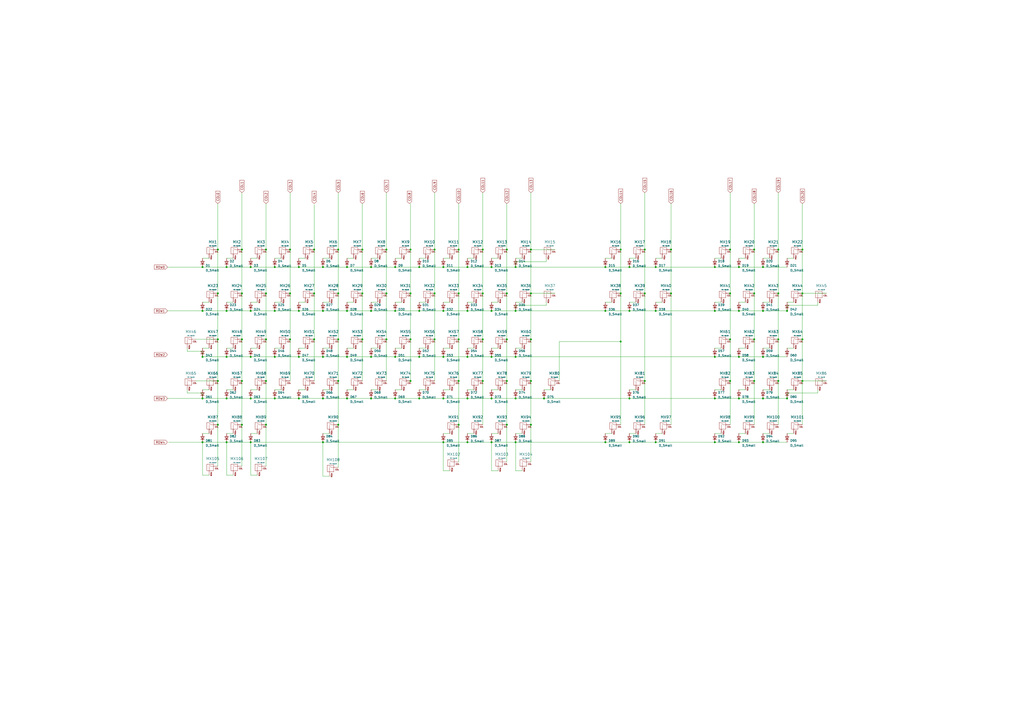
<source format=kicad_sch>
(kicad_sch (version 20211123) (generator eeschema)
  (paper "A2")
  (junction (at 117.475 256.54))
  (junction (at 380.365 256.54))
  (junction (at 201.295 231.14))
  (junction (at 294.005 196.85))
  (junction (at 307.975 170.18))
  (junction (at 257.175 231.14))
  (junction (at 380.365 154.94))
  (junction (at 252.095 196.85))
  (junction (at 159.385 207.01))
  (junction (at 154.305 196.85))
  (junction (at 126.365 196.85))
  (junction (at 414.655 256.54))
  (junction (at 224.155 196.85))
  (junction (at 159.385 231.14))
  (junction (at 173.355 154.94))
  (junction (at 423.545 196.85))
  (junction (at 437.515 220.98))
  (junction (at 145.415 231.14))
  (junction (at 285.115 231.14))
  (junction (at 428.625 207.01))
  (junction (at 187.325 231.14))
  (junction (at 271.145 180.34))
  (junction (at 365.125 180.34))
  (junction (at 159.385 154.94))
  (junction (at 414.655 207.01))
  (junction (at 168.275 170.18))
  (junction (at 374.015 170.18))
  (junction (at 154.305 220.98))
  (junction (at 365.125 231.14))
  (junction (at 360.045 198.12))
  (junction (at 280.035 196.85))
  (junction (at 252.095 170.18))
  (junction (at 117.475 231.14))
  (junction (at 351.155 180.34))
  (junction (at 299.085 154.94))
  (junction (at 238.125 196.85))
  (junction (at 437.515 170.18))
  (junction (at 238.125 170.18))
  (junction (at 215.265 207.01))
  (junction (at 201.295 180.34))
  (junction (at 215.265 231.14))
  (junction (at 140.335 196.85))
  (junction (at 428.625 231.14))
  (junction (at 238.125 144.78))
  (junction (at 428.625 180.34))
  (junction (at 451.485 196.85))
  (junction (at 465.455 196.85))
  (junction (at 154.305 246.38))
  (junction (at 201.295 207.01))
  (junction (at 451.485 144.78))
  (junction (at 266.065 246.38))
  (junction (at 365.125 256.54))
  (junction (at 154.305 144.78))
  (junction (at 299.085 180.34))
  (junction (at 266.065 196.85))
  (junction (at 182.245 144.78))
  (junction (at 140.335 144.78))
  (junction (at 442.595 207.01))
  (junction (at 126.365 246.38))
  (junction (at 229.235 207.01))
  (junction (at 280.035 170.18))
  (junction (at 451.485 220.98))
  (junction (at 451.485 170.18))
  (junction (at 315.595 231.14))
  (junction (at 280.035 220.98))
  (junction (at 145.415 256.54))
  (junction (at 187.325 180.34))
  (junction (at 374.015 144.78))
  (junction (at 168.275 144.78))
  (junction (at 210.185 144.78))
  (junction (at 210.185 170.18))
  (junction (at 257.175 154.94))
  (junction (at 271.145 231.14))
  (junction (at 238.125 220.98))
  (junction (at 285.115 207.01))
  (junction (at 131.445 256.54))
  (junction (at 173.355 207.01))
  (junction (at 423.545 170.18))
  (junction (at 442.595 154.94))
  (junction (at 257.175 207.01))
  (junction (at 182.245 196.85))
  (junction (at 360.045 144.78))
  (junction (at 299.085 231.14))
  (junction (at 154.305 170.18))
  (junction (at 257.175 256.54))
  (junction (at 374.015 220.98))
  (junction (at 126.365 220.98))
  (junction (at 380.365 180.34))
  (junction (at 280.035 144.78))
  (junction (at 252.095 144.78))
  (junction (at 243.205 231.14))
  (junction (at 159.385 180.34))
  (junction (at 196.215 196.85))
  (junction (at 414.655 180.34))
  (junction (at 131.445 231.14))
  (junction (at 215.265 154.94))
  (junction (at 299.085 207.01))
  (junction (at 140.335 246.38))
  (junction (at 229.235 154.94))
  (junction (at 271.145 207.01))
  (junction (at 145.415 207.01))
  (junction (at 271.145 154.94))
  (junction (at 187.325 154.94))
  (junction (at 465.455 170.18))
  (junction (at 307.975 220.98))
  (junction (at 140.335 170.18))
  (junction (at 442.595 180.34))
  (junction (at 299.085 256.54))
  (junction (at 285.115 154.94))
  (junction (at 428.625 256.54))
  (junction (at 389.255 144.78))
  (junction (at 243.205 207.01))
  (junction (at 117.475 207.01))
  (junction (at 196.215 220.98))
  (junction (at 294.005 170.18))
  (junction (at 257.175 180.34))
  (junction (at 423.545 144.78))
  (junction (at 266.065 220.98))
  (junction (at 131.445 154.94))
  (junction (at 389.255 170.18))
  (junction (at 126.365 144.78))
  (junction (at 294.005 246.38))
  (junction (at 266.065 144.78))
  (junction (at 428.625 154.94))
  (junction (at 145.415 180.34))
  (junction (at 201.295 154.94))
  (junction (at 224.155 170.18))
  (junction (at 196.215 144.78))
  (junction (at 271.145 256.54))
  (junction (at 145.415 154.94))
  (junction (at 414.655 231.14))
  (junction (at 131.445 207.01))
  (junction (at 307.975 144.78))
  (junction (at 266.065 170.18))
  (junction (at 285.115 256.54))
  (junction (at 140.335 220.98))
  (junction (at 187.325 207.01))
  (junction (at 437.515 144.78))
  (junction (at 196.215 170.18))
  (junction (at 229.235 231.14))
  (junction (at 215.265 180.34))
  (junction (at 351.155 256.54))
  (junction (at 243.205 180.34))
  (junction (at 196.215 246.38))
  (junction (at 442.595 256.54))
  (junction (at 187.325 256.54))
  (junction (at 423.545 220.98))
  (junction (at 117.475 154.94))
  (junction (at 182.245 170.18))
  (junction (at 414.655 154.94))
  (junction (at 168.275 196.85))
  (junction (at 131.445 180.34))
  (junction (at 224.155 144.78))
  (junction (at 465.455 144.78))
  (junction (at 117.475 180.34))
  (junction (at 456.565 231.14))
  (junction (at 307.975 196.85))
  (junction (at 173.355 180.34))
  (junction (at 294.005 220.98))
  (junction (at 456.565 180.34))
  (junction (at 307.975 246.38))
  (junction (at 243.205 154.94))
  (junction (at 360.045 170.18))
  (junction (at 437.515 196.85))
  (junction (at 442.595 231.14))
  (junction (at 229.235 180.34))
  (junction (at 285.115 180.34))
  (junction (at 126.365 170.18))
  (junction (at 173.355 231.14))
  (junction (at 294.005 144.78))
  (junction (at 465.455 220.98))
  (junction (at 210.185 196.85))
  (junction (at 351.155 154.94))
  (junction (at 365.125 154.94))
  (wire (pts (xy 187.325 207.01) (xy 201.295 207.01)))
  (wire (pts (xy 215.265 201.93) (xy 219.075 201.93)))
  (wire (pts (xy 117.475 256.54) (xy 117.475 275.59)))
  (wire (pts (xy 360.045 198.12) (xy 324.485 198.12)))
  (wire (pts (xy 145.415 256.54) (xy 187.325 256.54)))
  (wire (pts (xy 140.335 220.98) (xy 140.335 246.38)))
  (wire (pts (xy 299.085 207.01) (xy 414.655 207.01)))
  (wire (pts (xy 252.095 170.18) (xy 252.095 196.85)))
  (wire (pts (xy 154.305 144.78) (xy 154.305 170.18)))
  (wire (pts (xy 285.115 201.93) (xy 288.925 201.93)))
  (wire (pts (xy 140.335 144.78) (xy 140.335 170.18)))
  (wire (pts (xy 414.655 175.26) (xy 418.465 175.26)))
  (wire (pts (xy 428.625 231.14) (xy 442.595 231.14)))
  (wire (pts (xy 131.445 226.06) (xy 135.255 226.06)))
  (wire (pts (xy 307.975 196.85) (xy 307.975 220.98)))
  (wire (pts (xy 285.115 175.26) (xy 288.925 175.26)))
  (wire (pts (xy 428.625 226.06) (xy 432.435 226.06)))
  (wire (pts (xy 271.145 175.26) (xy 274.955 175.26)))
  (wire (pts (xy 131.445 180.34) (xy 145.415 180.34)))
  (wire (pts (xy 365.125 251.46) (xy 368.935 251.46)))
  (wire (pts (xy 126.365 118.11) (xy 126.365 144.78)))
  (wire (pts (xy 442.595 251.46) (xy 446.405 251.46)))
  (wire (pts (xy 285.115 154.94) (xy 299.085 154.94)))
  (wire (pts (xy 285.115 256.54) (xy 285.115 273.05)))
  (wire (pts (xy 131.445 231.14) (xy 145.415 231.14)))
  (wire (pts (xy 442.595 175.26) (xy 446.405 175.26)))
  (wire (pts (xy 131.445 207.01) (xy 145.415 207.01)))
  (wire (pts (xy 299.085 251.46) (xy 302.895 251.46)))
  (wire (pts (xy 159.385 201.93) (xy 163.195 201.93)))
  (wire (pts (xy 131.445 149.86) (xy 135.255 149.86)))
  (wire (pts (xy 173.355 180.34) (xy 187.325 180.34)))
  (wire (pts (xy 159.385 226.06) (xy 163.195 226.06)))
  (wire (pts (xy 229.235 154.94) (xy 243.205 154.94)))
  (wire (pts (xy 257.175 231.14) (xy 271.145 231.14)))
  (wire (pts (xy 423.545 111.76) (xy 423.545 144.78)))
  (wire (pts (xy 243.205 201.93) (xy 247.015 201.93)))
  (wire (pts (xy 280.035 111.76) (xy 280.035 144.78)))
  (wire (pts (xy 126.365 196.85) (xy 126.365 220.98)))
  (wire (pts (xy 145.415 175.26) (xy 149.225 175.26)))
  (wire (pts (xy 97.155 154.94) (xy 117.475 154.94)))
  (wire (pts (xy 117.475 201.93) (xy 121.285 201.93)))
  (wire (pts (xy 316.865 151.765) (xy 316.865 149.86)))
  (wire (pts (xy 238.125 220.98) (xy 238.125 221.615)))
  (wire (pts (xy 374.015 111.76) (xy 374.015 144.78)))
  (wire (pts (xy 351.155 149.86) (xy 354.965 149.86)))
  (wire (pts (xy 131.445 256.54) (xy 131.445 275.59)))
  (wire (pts (xy 437.515 144.78) (xy 437.515 170.18)))
  (wire (pts (xy 257.175 256.54) (xy 257.175 273.05)))
  (wire (pts (xy 285.115 207.01) (xy 299.085 207.01)))
  (wire (pts (xy 266.065 196.85) (xy 266.065 220.98)))
  (wire (pts (xy 266.065 220.98) (xy 266.065 246.38)))
  (wire (pts (xy 307.975 220.98) (xy 307.975 246.38)))
  (wire (pts (xy 210.185 118.11) (xy 210.185 144.78)))
  (wire (pts (xy 117.475 180.34) (xy 131.445 180.34)))
  (wire (pts (xy 182.245 170.18) (xy 182.245 196.85)))
  (wire (pts (xy 173.355 226.06) (xy 177.165 226.06)))
  (wire (pts (xy 140.335 111.76) (xy 140.335 144.78)))
  (wire (pts (xy 294.005 170.18) (xy 294.005 196.85)))
  (wire (pts (xy 257.175 207.01) (xy 271.145 207.01)))
  (wire (pts (xy 145.415 180.34) (xy 159.385 180.34)))
  (wire (pts (xy 442.595 207.01) (xy 456.565 207.01)))
  (wire (pts (xy 243.205 180.34) (xy 257.175 180.34)))
  (wire (pts (xy 456.565 227.965) (xy 474.345 227.965)))
  (wire (pts (xy 145.415 149.86) (xy 149.225 149.86)))
  (wire (pts (xy 210.185 196.85) (xy 210.185 220.98)))
  (wire (pts (xy 456.565 149.86) (xy 460.375 149.86)))
  (wire (pts (xy 437.515 170.18) (xy 437.515 196.85)))
  (wire (pts (xy 257.175 226.06) (xy 260.985 226.06)))
  (wire (pts (xy 351.155 180.34) (xy 365.125 180.34)))
  (wire (pts (xy 389.255 118.11) (xy 389.255 144.78)))
  (wire (pts (xy 299.085 273.05) (xy 302.895 273.05)))
  (wire (pts (xy 173.355 175.26) (xy 177.165 175.26)))
  (wire (pts (xy 451.485 170.18) (xy 451.485 196.85)))
  (wire (pts (xy 201.295 231.14) (xy 215.265 231.14)))
  (wire (pts (xy 280.035 196.85) (xy 280.035 220.98)))
  (wire (pts (xy 243.205 231.14) (xy 257.175 231.14)))
  (wire (pts (xy 365.125 175.26) (xy 368.935 175.26)))
  (wire (pts (xy 113.665 196.85) (xy 126.365 196.85)))
  (wire (pts (xy 126.365 170.18) (xy 126.365 196.85)))
  (wire (pts (xy 451.485 144.78) (xy 451.485 170.18)))
  (wire (pts (xy 365.125 231.14) (xy 414.655 231.14)))
  (wire (pts (xy 252.095 144.78) (xy 252.095 170.18)))
  (wire (pts (xy 456.565 231.14) (xy 456.565 227.965)))
  (wire (pts (xy 299.085 226.06) (xy 302.895 226.06)))
  (wire (pts (xy 271.145 256.54) (xy 285.115 256.54)))
  (wire (pts (xy 159.385 154.94) (xy 173.355 154.94)))
  (wire (pts (xy 414.655 226.06) (xy 418.465 226.06)))
  (wire (pts (xy 140.335 246.38) (xy 140.335 270.51)))
  (wire (pts (xy 285.115 231.14) (xy 299.085 231.14)))
  (wire (pts (xy 187.325 201.93) (xy 191.135 201.93)))
  (wire (pts (xy 414.655 251.46) (xy 418.465 251.46)))
  (wire (pts (xy 187.325 256.54) (xy 187.325 276.225)))
  (wire (pts (xy 224.155 111.76) (xy 224.155 144.78)))
  (wire (pts (xy 271.145 180.34) (xy 285.115 180.34)))
  (wire (pts (xy 145.415 226.06) (xy 149.225 226.06)))
  (wire (pts (xy 307.975 246.38) (xy 307.975 267.97)))
  (wire (pts (xy 451.485 196.85) (xy 451.485 220.98)))
  (wire (pts (xy 108.585 203.835) (xy 108.585 201.93)))
  (wire (pts (xy 437.515 118.11) (xy 437.515 144.78)))
  (wire (pts (xy 117.475 207.01) (xy 131.445 207.01)))
  (wire (pts (xy 271.145 251.46) (xy 274.955 251.46)))
  (wire (pts (xy 351.155 154.94) (xy 365.125 154.94)))
  (wire (pts (xy 108.585 226.06) (xy 108.585 227.965)))
  (wire (pts (xy 299.085 177.165) (xy 316.865 177.165)))
  (wire (pts (xy 266.065 144.78) (xy 266.065 170.18)))
  (wire (pts (xy 131.445 201.93) (xy 135.255 201.93)))
  (wire (pts (xy 196.215 196.85) (xy 196.215 220.98)))
  (wire (pts (xy 299.085 180.34) (xy 299.085 177.165)))
  (wire (pts (xy 307.975 170.18) (xy 321.945 170.18)))
  (wire (pts (xy 168.275 196.85) (xy 168.275 220.98)))
  (wire (pts (xy 437.515 196.85) (xy 437.515 220.98)))
  (wire (pts (xy 131.445 175.26) (xy 135.255 175.26)))
  (wire (pts (xy 414.655 231.14) (xy 428.625 231.14)))
  (wire (pts (xy 271.145 207.01) (xy 285.115 207.01)))
  (wire (pts (xy 271.145 149.86) (xy 274.955 149.86)))
  (wire (pts (xy 465.455 144.78) (xy 465.455 170.18)))
  (wire (pts (xy 428.625 207.01) (xy 442.595 207.01)))
  (wire (pts (xy 428.625 175.26) (xy 432.435 175.26)))
  (wire (pts (xy 159.385 207.01) (xy 173.355 207.01)))
  (wire (pts (xy 257.175 154.94) (xy 271.145 154.94)))
  (wire (pts (xy 465.455 118.11) (xy 465.455 144.78)))
  (wire (pts (xy 380.365 180.34) (xy 414.655 180.34)))
  (wire (pts (xy 442.595 149.86) (xy 446.405 149.86)))
  (wire (pts (xy 229.235 149.86) (xy 233.045 149.86)))
  (wire (pts (xy 229.235 175.26) (xy 233.045 175.26)))
  (wire (pts (xy 201.295 154.94) (xy 215.265 154.94)))
  (wire (pts (xy 466.09 170.18) (xy 479.425 170.18)))
  (wire (pts (xy 257.175 180.34) (xy 271.145 180.34)))
  (wire (pts (xy 365.125 180.34) (xy 380.365 180.34)))
  (wire (pts (xy 154.305 220.98) (xy 154.305 246.38)))
  (wire (pts (xy 271.145 231.14) (xy 285.115 231.14)))
  (wire (pts (xy 145.415 207.01) (xy 159.385 207.01)))
  (wire (pts (xy 414.655 201.93) (xy 418.465 201.93)))
  (wire (pts (xy 299.085 256.54) (xy 299.085 273.05)))
  (wire (pts (xy 159.385 149.86) (xy 163.195 149.86)))
  (wire (pts (xy 307.975 111.76) (xy 307.975 144.78)))
  (wire (pts (xy 131.445 154.94) (xy 145.415 154.94)))
  (wire (pts (xy 215.265 154.94) (xy 229.235 154.94)))
  (wire (pts (xy 113.665 220.98) (xy 126.365 220.98)))
  (wire (pts (xy 423.545 220.98) (xy 423.545 246.38)))
  (wire (pts (xy 252.095 111.76) (xy 252.095 144.78)))
  (wire (pts (xy 117.475 231.14) (xy 117.475 227.965)))
  (wire (pts (xy 201.295 226.06) (xy 205.105 226.06)))
  (wire (pts (xy 465.455 220.98) (xy 465.455 246.38)))
  (wire (pts (xy 365.125 256.54) (xy 380.365 256.54)))
  (wire (pts (xy 117.475 175.26) (xy 121.285 175.26)))
  (wire (pts (xy 380.365 175.26) (xy 384.175 175.26)))
  (wire (pts (xy 428.625 251.46) (xy 432.435 251.46)))
  (wire (pts (xy 187.325 149.86) (xy 191.135 149.86)))
  (wire (pts (xy 428.625 256.54) (xy 442.595 256.54)))
  (wire (pts (xy 243.205 226.06) (xy 247.015 226.06)))
  (wire (pts (xy 307.975 170.18) (xy 307.975 196.85)))
  (wire (pts (xy 238.125 196.85) (xy 238.125 220.98)))
  (wire (pts (xy 117.475 227.965) (xy 108.585 227.965)))
  (wire (pts (xy 299.085 154.94) (xy 299.085 151.765)))
  (wire (pts (xy 243.205 154.94) (xy 257.175 154.94)))
  (wire (pts (xy 257.175 175.26) (xy 260.985 175.26)))
  (wire (pts (xy 145.415 231.14) (xy 159.385 231.14)))
  (wire (pts (xy 315.595 226.06) (xy 319.405 226.06)))
  (wire (pts (xy 196.215 246.38) (xy 196.215 271.145)))
  (wire (pts (xy 173.355 201.93) (xy 177.165 201.93)))
  (wire (pts (xy 380.365 154.94) (xy 414.655 154.94)))
  (wire (pts (xy 257.175 273.05) (xy 260.985 273.05)))
  (wire (pts (xy 451.485 111.76) (xy 451.485 144.78)))
  (wire (pts (xy 315.595 231.14) (xy 365.125 231.14)))
  (wire (pts (xy 140.335 196.85) (xy 140.335 220.98)))
  (wire (pts (xy 324.485 198.12) (xy 324.485 220.98)))
  (wire (pts (xy 456.565 251.46) (xy 460.375 251.46)))
  (wire (pts (xy 456.565 201.93) (xy 460.375 201.93)))
  (wire (pts (xy 451.485 220.98) (xy 451.485 246.38)))
  (wire (pts (xy 365.125 149.86) (xy 368.935 149.86)))
  (wire (pts (xy 365.125 226.06) (xy 368.935 226.06)))
  (wire (pts (xy 187.325 276.225) (xy 191.135 276.225)))
  (wire (pts (xy 243.205 149.86) (xy 247.015 149.86)))
  (wire (pts (xy 187.325 175.26) (xy 191.135 175.26)))
  (wire (pts (xy 351.155 175.26) (xy 354.965 175.26)))
  (wire (pts (xy 97.155 231.14) (xy 117.475 231.14)))
  (wire (pts (xy 299.085 201.93) (xy 302.895 201.93)))
  (wire (pts (xy 215.265 231.14) (xy 229.235 231.14)))
  (wire (pts (xy 266.065 170.18) (xy 266.065 196.85)))
  (wire (pts (xy 285.115 256.54) (xy 299.085 256.54)))
  (wire (pts (xy 117.475 275.59) (xy 121.285 275.59)))
  (wire (pts (xy 414.655 256.54) (xy 428.625 256.54)))
  (wire (pts (xy 285.115 149.86) (xy 288.925 149.86)))
  (wire (pts (xy 360.045 198.12) (xy 360.045 246.38)))
  (wire (pts (xy 229.235 180.34) (xy 243.205 180.34)))
  (wire (pts (xy 238.125 144.78) (xy 238.125 170.18)))
  (wire (pts (xy 280.035 220.98) (xy 280.035 246.38)))
  (wire (pts (xy 159.385 180.34) (xy 173.355 180.34)))
  (wire (pts (xy 117.475 226.06) (xy 121.285 226.06)))
  (wire (pts (xy 117.475 231.14) (xy 131.445 231.14)))
  (wire (pts (xy 187.325 231.14) (xy 201.295 231.14)))
  (wire (pts (xy 360.045 118.11) (xy 360.045 144.78)))
  (wire (pts (xy 140.335 170.18) (xy 140.335 196.85)))
  (wire (pts (xy 257.175 251.46) (xy 260.985 251.46)))
  (wire (pts (xy 173.355 154.94) (xy 187.325 154.94)))
  (wire (pts (xy 117.475 154.94) (xy 131.445 154.94)))
  (wire (pts (xy 145.415 256.54) (xy 145.415 275.59)))
  (wire (pts (xy 187.325 226.06) (xy 191.135 226.06)))
  (wire (pts (xy 187.325 251.46) (xy 191.135 251.46)))
  (wire (pts (xy 360.045 170.18) (xy 360.045 198.12)))
  (wire (pts (xy 294.005 144.78) (xy 294.005 170.18)))
  (wire (pts (xy 380.365 251.46) (xy 384.175 251.46)))
  (wire (pts (xy 360.045 144.78) (xy 360.045 170.18)))
  (wire (pts (xy 257.175 256.54) (xy 271.145 256.54)))
  (wire (pts (xy 238.125 170.18) (xy 238.125 196.85)))
  (wire (pts (xy 307.975 144.78) (xy 307.975 170.18)))
  (wire (pts (xy 414.655 154.94) (xy 428.625 154.94)))
  (wire (pts (xy 173.355 149.86) (xy 177.165 149.86)))
  (wire (pts (xy 168.275 170.18) (xy 168.275 196.85)))
  (wire (pts (xy 97.79 256.54) (xy 117.475 256.54)))
  (wire (pts (xy 389.255 144.78) (xy 389.255 170.18)))
  (wire (pts (xy 299.085 151.765) (xy 316.865 151.765)))
  (wire (pts (xy 117.475 256.54) (xy 131.445 256.54)))
  (wire (pts (xy 210.185 144.78) (xy 210.185 170.18)))
  (wire (pts (xy 389.255 170.18) (xy 389.255 246.38)))
  (wire (pts (xy 201.295 180.34) (xy 215.265 180.34)))
  (wire (pts (xy 154.305 170.18) (xy 154.305 196.85)))
  (wire (pts (xy 131.445 256.54) (xy 145.415 256.54)))
  (wire (pts (xy 351.155 256.54) (xy 365.125 256.54)))
  (wire (pts (xy 229.235 226.06) (xy 233.045 226.06)))
  (wire (pts (xy 299.085 175.26) (xy 302.895 175.26)))
  (wire (pts (xy 307.975 144.78) (xy 321.945 144.78)))
  (wire (pts (xy 299.085 154.94) (xy 351.155 154.94)))
  (wire (pts (xy 182.245 118.745) (xy 182.245 144.78)))
  (wire (pts (xy 285.115 251.46) (xy 288.925 251.46)))
  (wire (pts (xy 117.475 149.86) (xy 121.285 149.86)))
  (wire (pts (xy 294.005 220.98) (xy 294.005 246.38)))
  (wire (pts (xy 196.215 170.18) (xy 196.215 196.85)))
  (wire (pts (xy 465.455 170.18) (xy 465.455 196.85)))
  (wire (pts (xy 442.595 180.34) (xy 456.565 180.34)))
  (wire (pts (xy 365.125 154.94) (xy 380.365 154.94)))
  (wire (pts (xy 299.085 180.34) (xy 351.155 180.34)))
  (wire (pts (xy 145.415 201.93) (xy 149.225 201.93)))
  (wire (pts (xy 374.015 144.78) (xy 374.015 170.18)))
  (wire (pts (xy 187.325 256.54) (xy 257.175 256.54)))
  (wire (pts (xy 173.355 207.01) (xy 187.325 207.01)))
  (wire (pts (xy 215.265 226.06) (xy 219.075 226.06)))
  (wire (pts (xy 154.305 196.85) (xy 154.305 220.98)))
  (wire (pts (xy 168.275 144.78) (xy 168.275 170.18)))
  (wire (pts (xy 271.145 226.06) (xy 274.955 226.06)))
  (wire (pts (xy 380.365 149.86) (xy 384.175 149.86)))
  (wire (pts (xy 215.265 207.01) (xy 229.235 207.01)))
  (wire (pts (xy 294.005 196.85) (xy 294.005 220.98)))
  (wire (pts (xy 224.155 196.85) (xy 224.155 220.98)))
  (wire (pts (xy 196.215 111.76) (xy 196.215 144.78)))
  (wire (pts (xy 442.595 256.54) (xy 456.565 256.54)))
  (wire (pts (xy 117.475 203.835) (xy 108.585 203.835)))
  (wire (pts (xy 442.595 231.14) (xy 456.565 231.14)))
  (wire (pts (xy 380.365 256.54) (xy 414.655 256.54)))
  (wire (pts (xy 280.035 170.18) (xy 280.035 196.85)))
  (wire (pts (xy 374.015 220.98) (xy 374.015 246.38)))
  (wire (pts (xy 252.095 196.85) (xy 252.095 220.98)))
  (wire (pts (xy 374.015 170.18) (xy 374.015 220.98)))
  (wire (pts (xy 131.445 275.59) (xy 135.255 275.59)))
  (wire (pts (xy 257.175 201.93) (xy 260.985 201.93)))
  (wire (pts (xy 126.365 220.98) (xy 126.365 246.38)))
  (wire (pts (xy 437.515 220.98) (xy 437.515 246.38)))
  (wire (pts (xy 465.455 196.85) (xy 465.455 220.98)))
  (wire (pts (xy 126.365 144.78) (xy 126.365 170.18)))
  (wire (pts (xy 243.205 175.26) (xy 247.015 175.26)))
  (wire (pts (xy 428.625 180.34) (xy 442.595 180.34)))
  (wire (pts (xy 201.295 201.93) (xy 205.105 201.93)))
  (wire (pts (xy 414.655 149.86) (xy 418.465 149.86)))
  (wire (pts (xy 423.545 196.85) (xy 423.545 220.98)))
  (wire (pts (xy 285.115 273.05) (xy 288.925 273.05)))
  (wire (pts (xy 474.345 177.165) (xy 474.345 175.26)))
  (wire (pts (xy 182.245 144.78) (xy 182.245 170.18)))
  (wire (pts (xy 423.545 170.18) (xy 423.545 196.85)))
  (wire (pts (xy 294.005 246.38) (xy 294.005 267.97)))
  (wire (pts (xy 159.385 231.14) (xy 173.355 231.14)))
  (wire (pts (xy 154.305 118.11) (xy 154.305 144.78)))
  (wire (pts (xy 271.145 154.94) (xy 285.115 154.94)))
  (wire (pts (xy 224.155 144.78) (xy 224.155 170.18)))
  (wire (pts (xy 145.415 154.94) (xy 159.385 154.94)))
  (wire (pts (xy 428.625 201.93) (xy 432.435 201.93)))
  (wire (pts (xy 299.085 149.86) (xy 302.895 149.86)))
  (wire (pts (xy 423.545 144.78) (xy 423.545 170.18)))
  (wire (pts (xy 299.085 256.54) (xy 351.155 256.54)))
  (wire (pts (xy 442.595 226.06) (xy 446.405 226.06)))
  (wire (pts (xy 428.625 154.94) (xy 442.595 154.94)))
  (wire (pts (xy 154.305 246.38) (xy 154.305 270.51)))
  (wire (pts (xy 414.655 180.34) (xy 428.625 180.34)))
  (wire (pts (xy 201.295 149.86) (xy 205.105 149.86)))
  (wire (pts (xy 187.325 154.94) (xy 201.295 154.94)))
  (wire (pts (xy 271.145 201.93) (xy 274.955 201.93)))
  (wire (pts (xy 442.595 201.93) (xy 446.405 201.93)))
  (wire (pts (xy 243.205 207.01) (xy 257.175 207.01)))
  (wire (pts (xy 117.475 251.46) (xy 121.285 251.46)))
  (wire (pts (xy 215.265 175.26) (xy 219.075 175.26)))
  (wire (pts (xy 97.155 180.34) (xy 117.475 180.34)))
  (wire (pts (xy 316.865 177.165) (xy 316.865 175.26)))
  (wire (pts (xy 266.065 246.38) (xy 266.065 267.97)))
  (wire (pts (xy 456.565 180.34) (xy 456.565 177.165)))
  (wire (pts (xy 131.445 251.46) (xy 135.255 251.46)))
  (wire (pts (xy 238.125 118.11) (xy 238.125 144.78)))
  (wire (pts (xy 229.235 231.14) (xy 243.205 231.14)))
  (wire (pts (xy 224.155 170.18) (xy 224.155 196.85)))
  (wire (pts (xy 442.595 154.94) (xy 456.565 154.94)))
  (wire (pts (xy 465.455 220.98) (xy 479.425 220.98)))
  (wire (pts (xy 285.115 180.34) (xy 299.085 180.34)))
  (wire (pts (xy 414.655 207.01) (xy 428.625 207.01)))
  (wire (pts (xy 117.475 207.01) (xy 117.475 203.835)))
  (wire (pts (xy 474.345 227.965) (xy 474.345 226.06)))
  (wire (pts (xy 201.295 207.01) (xy 215.265 207.01)))
  (wire (pts (xy 215.265 149.86) (xy 219.075 149.86)))
  (wire (pts (xy 159.385 175.26) (xy 163.195 175.26)))
  (wire (pts (xy 187.325 180.34) (xy 201.295 180.34)))
  (wire (pts (xy 257.175 149.86) (xy 260.985 149.86)))
  (wire (pts (xy 173.355 231.14) (xy 187.325 231.14)))
  (wire (pts (xy 351.155 251.46) (xy 354.965 251.46)))
  (wire (pts (xy 215.265 180.34) (xy 229.235 180.34)))
  (wire (pts (xy 266.065 118.11) (xy 266.065 144.78)))
  (wire (pts (xy 196.215 144.78) (xy 196.215 170.18)))
  (wire (pts (xy 280.035 144.78) (xy 280.035 170.18)))
  (wire (pts (xy 196.215 220.98) (xy 196.215 246.38)))
  (wire (pts (xy 126.365 246.38) (xy 126.365 270.51)))
  (wire (pts (xy 182.245 196.85) (xy 182.245 220.98)))
  (wire (pts (xy 285.115 226.06) (xy 288.925 226.06)))
  (wire (pts (xy 456.565 177.165) (xy 474.345 177.165)))
  (wire (pts (xy 456.565 175.26) (xy 460.375 175.26)))
  (wire (pts (xy 428.625 149.86) (xy 432.435 149.86)))
  (wire (pts (xy 456.565 226.06) (xy 460.375 226.06)))
  (wire (pts (xy 168.275 111.76) (xy 168.275 144.78)))
  (wire (pts (xy 210.185 170.18) (xy 210.185 196.85)))
  (wire (pts (xy 145.415 275.59) (xy 149.225 275.59)))
  (wire (pts (xy 299.085 231.14) (xy 315.595 231.14)))
  (wire (pts (xy 201.295 175.26) (xy 205.105 175.26)))
  (wire (pts (xy 229.235 201.93) (xy 233.045 201.93)))
  (wire (pts (xy 145.415 251.46) (xy 149.225 251.46)))
  (wire (pts (xy 294.005 118.11) (xy 294.005 144.78)))
  (wire (pts (xy 229.235 207.01) (xy 243.205 207.01)))
  (global_label "COL14" (shape input) (at 360.045 118.11 90) (property "Intersheet References" "${INTERSHEET_REFS}" (effects hide)))
  (global_label "COL7" (shape input) (at 224.155 111.76 90) (property "Intersheet References" "${INTERSHEET_REFS}" (effects hide)))
  (global_label "COL1" (shape input) (at 140.335 111.76 90) (property "Intersheet References" "${INTERSHEET_REFS}" (effects hide)))
  (global_label "COL10" (shape input) (at 266.065 118.11 90) (property "Intersheet References" "${INTERSHEET_REFS}" (effects hide)))
  (global_label "COL0" (shape input) (at 126.365 118.11 90) (property "Intersheet References" "${INTERSHEET_REFS}" (effects hide)))
  (global_label "ROW0" (shape input) (at 97.155 154.94 180) (property "Intersheet References" "${INTERSHEET_REFS}" (effects hide)))
  (global_label "COL19" (shape input) (at 451.485 111.76 90) (property "Intersheet References" "${INTERSHEET_REFS}" (effects hide)))
  (global_label "COL16" (shape input) (at 389.255 118.11 90) (property "Intersheet References" "${INTERSHEET_REFS}" (effects hide)))
  (global_label "ROW4" (shape input) (at 97.155 256.54 180) (property "Intersheet References" "${INTERSHEET_REFS}" (effects hide)))
  (global_label "COL17" (shape input) (at 423.545 111.76 90) (property "Intersheet References" "${INTERSHEET_REFS}" (effects hide)))
  (global_label "ROW2" (shape input) (at 97.155 205.74 180) (property "Intersheet References" "${INTERSHEET_REFS}" (effects hide)))
  (global_label "COL18" (shape input) (at 437.515 118.11 90) (property "Intersheet References" "${INTERSHEET_REFS}" (effects hide)))
  (global_label "ROW1" (shape input) (at 97.155 180.34 180) (property "Intersheet References" "${INTERSHEET_REFS}" (effects hide)))
  (global_label "ROW3" (shape input) (at 97.155 231.14 180) (property "Intersheet References" "${INTERSHEET_REFS}" (effects hide)))
  (global_label "COL8" (shape input) (at 237.49 118.11 90) (property "Intersheet References" "${INTERSHEET_REFS}" (effects hide)))
  (global_label "COL5" (shape input) (at 196.215 111.76 90) (property "Intersheet References" "${INTERSHEET_REFS}" (effects hide)))
  (global_label "COL12" (shape input) (at 294.005 118.11 90) (property "Intersheet References" "${INTERSHEET_REFS}" (effects hide)))
  (global_label "COL11" (shape input) (at 280.035 111.76 90) (property "Intersheet References" "${INTERSHEET_REFS}" (effects hide)))
  (global_label "COL3" (shape input) (at 168.275 111.76 90) (property "Intersheet References" "${INTERSHEET_REFS}" (effects hide)))
  (global_label "COL20" (shape input) (at 465.455 118.11 90) (property "Intersheet References" "${INTERSHEET_REFS}" (effects hide)))
  (global_label "COL4" (shape input) (at 182.245 118.11 90) (property "Intersheet References" "${INTERSHEET_REFS}" (effects hide)))
  (global_label "COL9" (shape input) (at 252.095 111.76 90) (property "Intersheet References" "${INTERSHEET_REFS}" (effects hide)))
  (global_label "COL15" (shape input) (at 374.015 111.76 90) (property "Intersheet References" "${INTERSHEET_REFS}" (effects hide)))
  (global_label "COL13" (shape input) (at 307.975 111.76 90) (property "Intersheet References" "${INTERSHEET_REFS}" (effects hide)))
  (global_label "COL2" (shape input) (at 154.305 118.11 90) (property "Intersheet References" "${INTERSHEET_REFS}" (effects hide)))
  (global_label "COL6" (shape input) (at 210.185 118.11 90) (property "Intersheet References" "${INTERSHEET_REFS}" (effects hide)))
  (symbol (lib_id "MX_Alps_Hybrid:MX-NoLED") (at 178.435 171.45 0) (unit 1)
    (property "Reference" "MX27" (at 179.3206 165.7565 0) (effects (font (size 1.524 1.524))))
    (property "Value" "MX-NoLED" (at 179.3206 168.0271 0) (effects (font (size 0.508 0.508))))
  )
  (symbol (lib_id "Device:D_Small") (at 229.235 152.4 90) (unit 1)
    (property "Reference" "D9" (at 231.013 154.0315 90) (effects (justify right)))
    (property "Value" "D_Small" (at 231.013 156.8066 90) (effects (justify right)))
  )
  (symbol (lib_id "Device:D_Small") (at 215.265 177.8 90) (unit 1)
    (property "Reference" "D29" (at 217.043 176.8915 90) (effects (justify right)))
    (property "Value" "D_Small" (at 217.043 179.6666 90) (effects (justify right)))
  )
  (symbol (lib_id "MX_Alps_Hybrid:MX-NoLED") (at 192.405 146.05 0) (unit 1)
    (property "Reference" "MX6" (at 193.2906 140.3565 0) (effects (font (size 1.524 1.524))))
    (property "Value" "MX-NoLED" (at 193.2906 142.6271 0) (effects (font (size 0.508 0.508))))
  )
  (symbol (lib_id "MX_Alps_Hybrid:MX-NoLED") (at 276.225 198.12 0) (unit 1)
    (property "Reference" "MX58" (at 277.1106 192.4265 0) (effects (font (size 1.524 1.524))))
    (property "Value" "MX-NoLED" (at 277.1106 194.6971 0) (effects (font (size 0.508 0.508))))
  )
  (symbol (lib_id "Device:D_Small") (at 257.175 228.6 90) (unit 1)
    (property "Reference" "D71" (at 258.953 230.2315 90) (effects (justify right)))
    (property "Value" "D_Small" (at 258.953 233.0066 90) (effects (justify right)))
  )
  (symbol (lib_id "MX_Alps_Hybrid:MX-NoLED") (at 178.435 222.25 0) (unit 1)
    (property "Reference" "MX70" (at 179.3206 216.5565 0) (effects (font (size 1.524 1.524))))
    (property "Value" "MX-NoLED" (at 179.3206 218.8271 0) (effects (font (size 0.508 0.508))))
  )
  (symbol (lib_id "Device:D_Small") (at 299.085 204.47 90) (unit 1)
    (property "Reference" "D56" (at 300.863 203.5615 90) (effects (justify right)))
    (property "Value" "D_Small" (at 300.863 206.3366 90) (effects (justify right)))
  )
  (symbol (lib_id "MX_Alps_Hybrid:MX-NoLED") (at 248.285 222.25 0) (unit 1)
    (property "Reference" "MX75" (at 249.1706 216.5565 0) (effects (font (size 1.524 1.524))))
    (property "Value" "MX-NoLED" (at 249.1706 218.8271 0) (effects (font (size 0.508 0.508))))
  )
  (symbol (lib_id "Device:D_Small") (at 285.115 204.47 90) (unit 1)
    (property "Reference" "D55" (at 286.893 206.1015 90) (effects (justify right)))
    (property "Value" "D_Small" (at 286.893 208.8766 90) (effects (justify right)))
  )
  (symbol (lib_id "MX_Alps_Hybrid:MX-NoLED") (at 433.705 222.25 0) (unit 1)
    (property "Reference" "MX83" (at 434.5906 216.5565 0) (effects (font (size 1.524 1.524))))
    (property "Value" "MX-NoLED" (at 434.5906 218.8271 0) (effects (font (size 0.508 0.508))))
  )
  (symbol (lib_id "MX_Alps_Hybrid:MX-NoLED") (at 419.735 247.65 0) (unit 1)
    (property "Reference" "MX98" (at 420.6206 241.9565 0) (effects (font (size 1.524 1.524))))
    (property "Value" "MX-NoLED" (at 420.6206 244.2271 0) (effects (font (size 0.508 0.508))))
  )
  (symbol (lib_id "Device:D_Small") (at 173.355 228.6 90) (unit 1)
    (property "Reference" "D65" (at 175.133 230.2315 90) (effects (justify right)))
    (property "Value" "D_Small" (at 175.133 233.0066 90) (effects (justify right)))
  )
  (symbol (lib_id "MX_Alps_Hybrid:MX-NoLED") (at 136.525 222.25 0) (unit 1)
    (property "Reference" "MX67" (at 137.4106 216.5565 0) (effects (font (size 1.524 1.524))))
    (property "Value" "MX-NoLED" (at 137.4106 218.8271 0) (effects (font (size 0.508 0.508))))
  )
  (symbol (lib_id "MX_Alps_Hybrid:MX-NoLED") (at 262.255 146.05 0) (unit 1)
    (property "Reference" "MX11" (at 263.1406 140.3565 0) (effects (font (size 1.524 1.524))))
    (property "Value" "MX-NoLED" (at 263.1406 142.6271 0) (effects (font (size 0.508 0.508))))
  )
  (symbol (lib_id "MX_Alps_Hybrid:MX-NoLED") (at 150.495 146.05 0) (unit 1)
    (property "Reference" "MX3" (at 151.3806 140.3565 0) (effects (font (size 1.524 1.524))))
    (property "Value" "MX-NoLED" (at 151.3806 142.6271 0) (effects (font (size 0.508 0.508))))
  )
  (symbol (lib_id "Device:D_Small") (at 442.595 254 90) (unit 1)
    (property "Reference" "D94" (at 444.373 253.0915 90) (effects (justify right)))
    (property "Value" "D_Small" (at 444.373 255.8666 90) (effects (justify right)))
  )
  (symbol (lib_id "Device:D_Small") (at 414.655 177.8 90) (unit 1)
    (property "Reference" "D39" (at 416.433 176.8915 90) (effects (justify right)))
    (property "Value" "D_Small" (at 416.433 179.6666 90) (effects (justify right)))
  )
  (symbol (lib_id "Device:D_Small") (at 257.175 177.8 90) (unit 1)
    (property "Reference" "D32" (at 258.953 179.4315 90) (effects (justify right)))
    (property "Value" "D_Small" (at 258.953 182.2066 90) (effects (justify right)))
  )
  (symbol (lib_id "Device:D_Small") (at 243.205 228.6 90) (unit 1)
    (property "Reference" "D70" (at 244.983 227.6915 90) (effects (justify right)))
    (property "Value" "D_Small" (at 244.983 230.4666 90) (effects (justify right)))
  )
  (symbol (lib_id "MX_Alps_Hybrid:MX-NoLED") (at 447.675 222.25 0) (unit 1)
    (property "Reference" "MX84" (at 448.5606 216.5565 0) (effects (font (size 1.524 1.524))))
    (property "Value" "MX-NoLED" (at 448.5606 218.8271 0) (effects (font (size 0.508 0.508))))
  )
  (symbol (lib_id "MX_Alps_Hybrid:MX-NoLED") (at 356.235 247.65 0) (unit 1)
    (property "Reference" "MX95" (at 357.1206 241.9565 0) (effects (font (size 1.524 1.524))))
    (property "Value" "MX-NoLED" (at 357.1206 244.2271 0) (effects (font (size 0.508 0.508))))
  )
  (symbol (lib_id "MX_Alps_Hybrid:MX-NoLED") (at 475.615 171.45 0) (unit 1)
    (property "Reference" "MX45" (at 476.5006 165.7565 0) (effects (font (size 1.524 1.524))))
    (property "Value" "MX-NoLED" (at 476.5006 168.0271 0) (effects (font (size 0.508 0.508))))
  )
  (symbol (lib_id "MX_Alps_Hybrid:MX-NoLED") (at 234.315 222.25 0) (unit 1)
    (property "Reference" "MX74" (at 235.2006 216.5565 0) (effects (font (size 1.524 1.524))))
    (property "Value" "MX-NoLED" (at 235.2006 218.8271 0) (effects (font (size 0.508 0.508))))
  )
  (symbol (lib_id "MX_Alps_Hybrid:MX-NoLED") (at 276.225 146.05 0) (unit 1)
    (property "Reference" "MX12" (at 277.1106 140.3565 0) (effects (font (size 1.524 1.524))))
    (property "Value" "MX-NoLED" (at 277.1106 142.6271 0) (effects (font (size 0.508 0.508))))
  )
  (symbol (lib_id "Device:D_Small") (at 414.655 228.6 90) (unit 1)
    (property "Reference" "D77" (at 416.433 227.6915 90) (effects (justify right)))
    (property "Value" "D_Small" (at 416.433 230.4666 90) (effects (justify right)))
  )
  (symbol (lib_id "MX_Alps_Hybrid:MX-NoLED") (at 290.195 171.45 0) (unit 1)
    (property "Reference" "MX35" (at 291.0806 165.7565 0) (effects (font (size 1.524 1.524))))
    (property "Value" "MX-NoLED" (at 291.0806 168.0271 0) (effects (font (size 0.508 0.508))))
  )
  (symbol (lib_id "MX_Alps_Hybrid:MX-NoLED") (at 370.205 171.45 0) (unit 1)
    (property "Reference" "MX39" (at 371.0906 165.7565 0) (effects (font (size 1.524 1.524))))
    (property "Value" "MX-NoLED" (at 371.0906 168.0271 0) (effects (font (size 0.508 0.508))))
  )
  (symbol (lib_id "MX_Alps_Hybrid:MX-NoLED") (at 206.375 198.12 0) (unit 1)
    (property "Reference" "MX53" (at 207.2606 192.4265 0) (effects (font (size 1.524 1.524))))
    (property "Value" "MX-NoLED" (at 207.2606 194.6971 0) (effects (font (size 0.508 0.508))))
  )
  (symbol (lib_id "Device:D_Small") (at 159.385 228.6 90) (unit 1)
    (property "Reference" "D64" (at 161.163 227.6915 90) (effects (justify right)))
    (property "Value" "D_Small" (at 161.163 230.4666 90) (effects (justify right)))
  )
  (symbol (lib_id "Device:D_Small") (at 428.625 152.4 90) (unit 1)
    (property "Reference" "D19" (at 430.403 154.0315 90) (effects (justify right)))
    (property "Value" "D_Small" (at 430.403 156.8066 90) (effects (justify right)))
  )
  (symbol (lib_id "MX_Alps_Hybrid:MX-NoLED") (at 461.645 198.12 0) (unit 1)
    (property "Reference" "MX64" (at 462.5306 192.4265 0) (effects (font (size 1.524 1.524))))
    (property "Value" "MX-NoLED" (at 462.5306 194.6971 0) (effects (font (size 0.508 0.508))))
  )
  (symbol (lib_id "MX_Alps_Hybrid:MX-NoLED") (at 136.525 247.65 0) (unit 1)
    (property "Reference" "MX88" (at 137.4106 241.9565 0) (effects (font (size 1.524 1.524))))
    (property "Value" "MX-NoLED" (at 137.4106 244.2271 0) (effects (font (size 0.508 0.508))))
  )
  (symbol (lib_id "MX_Alps_Hybrid:MX-NoLED") (at 150.495 171.45 0) (unit 1)
    (property "Reference" "MX25" (at 151.3806 165.7565 0) (effects (font (size 1.524 1.524))))
    (property "Value" "MX-NoLED" (at 151.3806 168.0271 0) (effects (font (size 0.508 0.508))))
  )
  (symbol (lib_id "Device:D_Small") (at 187.325 152.4 90) (unit 1)
    (property "Reference" "D6" (at 189.103 151.4915 90) (effects (justify right)))
    (property "Value" "D_Small" (at 189.103 154.2666 90) (effects (justify right)))
  )
  (symbol (lib_id "Device:D_Small") (at 285.115 152.4 90) (unit 1)
    (property "Reference" "D13" (at 286.893 154.0315 90) (effects (justify right)))
    (property "Value" "D_Small" (at 286.893 156.8066 90) (effects (justify right)))
  )
  (symbol (lib_id "MX_Alps_Hybrid:MX-NoLED") (at 433.705 146.05 0) (unit 1)
    (property "Reference" "MX20" (at 434.5906 140.3565 0) (effects (font (size 1.524 1.524))))
    (property "Value" "MX-NoLED" (at 434.5906 142.6271 0) (effects (font (size 0.508 0.508))))
  )
  (symbol (lib_id "Device:D_Small") (at 173.355 204.47 90) (unit 1)
    (property "Reference" "D47" (at 175.133 206.1015 90) (effects (justify right)))
    (property "Value" "D_Small" (at 175.133 208.8766 90) (effects (justify right)))
  )
  (symbol (lib_id "Device:D_Small") (at 187.325 228.6 90) (unit 1)
    (property "Reference" "D66" (at 189.103 227.6915 90) (effects (justify right)))
    (property "Value" "D_Small" (at 189.103 230.4666 90) (effects (justify right)))
  )
  (symbol (lib_id "Device:D_Small") (at 285.115 177.8 90) (unit 1)
    (property "Reference" "D34" (at 286.893 179.4315 90) (effects (justify right)))
    (property "Value" "D_Small" (at 286.893 182.2066 90) (effects (justify right)))
  )
  (symbol (lib_id "Device:D_Small") (at 285.115 254 90) (unit 1)
    (property "Reference" "D87" (at 286.893 255.6315 90) (effects (justify right)))
    (property "Value" "D_Small" (at 286.893 258.4066 90) (effects (justify right)))
  )
  (symbol (lib_id "MX_Alps_Hybrid:MX-NoLED") (at 178.435 198.12 0) (unit 1)
    (property "Reference" "MX51" (at 179.3206 192.4265 0) (effects (font (size 1.524 1.524))))
    (property "Value" "MX-NoLED" (at 179.3206 194.6971 0) (effects (font (size 0.508 0.508))))
  )
  (symbol (lib_id "Device:D_Small") (at 351.155 152.4 90) (unit 1)
    (property "Reference" "D15" (at 352.933 154.0315 90) (effects (justify right)))
    (property "Value" "D_Small" (at 352.933 156.8066 90) (effects (justify right)))
  )
  (symbol (lib_id "MX_Alps_Hybrid:MX-NoLED") (at 248.285 146.05 0) (unit 1)
    (property "Reference" "MX10" (at 249.1706 140.3565 0) (effects (font (size 1.524 1.524))))
    (property "Value" "MX-NoLED" (at 249.1706 142.6271 0) (effects (font (size 0.508 0.508))))
  )
  (symbol (lib_id "Device:D_Small") (at 271.145 177.8 90) (unit 1)
    (property "Reference" "D33" (at 272.923 176.8915 90) (effects (justify right)))
    (property "Value" "D_Small" (at 272.923 179.6666 90) (effects (justify right)))
  )
  (symbol (lib_id "MX_Alps_Hybrid:MX-NoLED") (at 433.705 198.12 0) (unit 1)
    (property "Reference" "MX62" (at 434.5906 192.4265 0) (effects (font (size 1.524 1.524))))
    (property "Value" "MX-NoLED" (at 434.5906 194.6971 0) (effects (font (size 0.508 0.508))))
  )
  (symbol (lib_id "MX_Alps_Hybrid:MX-NoLED") (at 234.315 198.12 0) (unit 1)
    (property "Reference" "MX55" (at 235.2006 192.4265 0) (effects (font (size 1.524 1.524))))
    (property "Value" "MX-NoLED" (at 235.2006 194.6971 0) (effects (font (size 0.508 0.508))))
  )
  (symbol (lib_id "MX_Alps_Hybrid:MX-NoLED") (at 419.735 222.25 0) (unit 1)
    (property "Reference" "MX82" (at 420.6206 216.5565 0) (effects (font (size 1.524 1.524))))
    (property "Value" "MX-NoLED" (at 420.6206 218.8271 0) (effects (font (size 0.508 0.508))))
  )
  (symbol (lib_id "MX_Alps_Hybrid:MX-NoLED") (at 164.465 198.12 0) (unit 1)
    (property "Reference" "MX50" (at 165.3506 192.4265 0) (effects (font (size 1.524 1.524))))
    (property "Value" "MX-NoLED" (at 165.3506 194.6971 0) (effects (font (size 0.508 0.508))))
  )
  (symbol (lib_id "MX_Alps_Hybrid:MX-NoLED") (at 276.225 222.25 0) (unit 1)
    (property "Reference" "MX77" (at 277.1106 216.5565 0) (effects (font (size 1.524 1.524))))
    (property "Value" "MX-NoLED" (at 277.1106 218.8271 0) (effects (font (size 0.508 0.508))))
  )
  (symbol (lib_id "Device:D_Small") (at 299.085 254 90) (unit 1)
    (property "Reference" "D88" (at 300.863 253.0915 90) (effects (justify right)))
    (property "Value" "D_Small" (at 300.863 255.8666 90) (effects (justify right)))
  )
  (symbol (lib_id "Device:D_Small") (at 456.565 254 90) (unit 1)
    (property "Reference" "D95" (at 458.343 255.6315 90) (effects (justify right)))
    (property "Value" "D_Small" (at 458.343 258.4066 90) (effects (justify right)))
  )
  (symbol (lib_id "MX_Alps_Hybrid:MX-NoLED") (at 385.445 247.65 0) (unit 1)
    (property "Reference" "MX97" (at 386.3306 241.9565 0) (effects (font (size 1.524 1.524))))
    (property "Value" "MX-NoLED" (at 386.3306 244.2271 0) (effects (font (size 0.508 0.508))))
  )
  (symbol (lib_id "MX_Alps_Hybrid:MX-NoLED") (at 192.405 171.45 0) (unit 1)
    (property "Reference" "MX28" (at 193.2906 165.7565 0) (effects (font (size 1.524 1.524))))
    (property "Value" "MX-NoLED" (at 193.2906 168.0271 0) (effects (font (size 0.508 0.508))))
  )
  (symbol (lib_id "MX_Alps_Hybrid:MX-NoLED") (at 192.405 198.12 0) (unit 1)
    (property "Reference" "MX52" (at 193.2906 192.4265 0) (effects (font (size 1.524 1.524))))
    (property "Value" "MX-NoLED" (at 193.2906 194.6971 0) (effects (font (size 0.508 0.508))))
  )
  (symbol (lib_id "MX_Alps_Hybrid:MX-NoLED") (at 192.405 272.415 0) (unit 1)
    (property "Reference" "MX108" (at 193.2906 266.7215 0) (effects (font (size 1.524 1.524))))
    (property "Value" "MX-NoLED" (at 193.2906 268.9921 0) (effects (font (size 0.508 0.508))))
  )
  (symbol (lib_id "MX_Alps_Hybrid:MX-NoLED") (at 447.675 146.05 0) (unit 1)
    (property "Reference" "MX21" (at 448.5606 140.3565 0) (effects (font (size 1.524 1.524))))
    (property "Value" "MX-NoLED" (at 448.5606 142.6271 0) (effects (font (size 0.508 0.508))))
  )
  (symbol (lib_id "Device:D_Small") (at 380.365 177.8 90) (unit 1)
    (property "Reference" "D38" (at 382.143 179.4315 90) (effects (justify right)))
    (property "Value" "D_Small" (at 382.143 182.2066 90) (effects (justify right)))
  )
  (symbol (lib_id "Device:D_Small") (at 271.145 254 90) (unit 1)
    (property "Reference" "D86" (at 272.923 253.0915 90) (effects (justify right)))
    (property "Value" "D_Small" (at 272.923 255.8666 90) (effects (justify right)))
  )
  (symbol (lib_id "Device:D_Small") (at 442.595 177.8 90) (unit 1)
    (property "Reference" "D41" (at 444.373 176.8915 90) (effects (justify right)))
    (property "Value" "D_Small" (at 444.373 179.6666 90) (effects (justify right)))
  )
  (symbol (lib_id "MX_Alps_Hybrid:MX-NoLED") (at 290.195 247.65 0) (unit 1)
    (property "Reference" "MX93" (at 291.0806 241.9565 0) (effects (font (size 1.524 1.524))))
    (property "Value" "MX-NoLED" (at 291.0806 244.2271 0) (effects (font (size 0.508 0.508))))
  )
  (symbol (lib_id "MX_Alps_Hybrid:MX-NoLED") (at 262.255 222.25 0) (unit 1)
    (property "Reference" "MX76" (at 263.1406 216.5565 0) (effects (font (size 1.524 1.524))))
    (property "Value" "MX-NoLED" (at 263.1406 218.8271 0) (effects (font (size 0.508 0.508))))
  )
  (symbol (lib_id "MX_Alps_Hybrid:MX-NoLED") (at 206.375 222.25 0) (unit 1)
    (property "Reference" "MX72" (at 207.2606 216.5565 0) (effects (font (size 1.524 1.524))))
    (property "Value" "MX-NoLED" (at 207.2606 218.8271 0) (effects (font (size 0.508 0.508))))
  )
  (symbol (lib_id "MX_Alps_Hybrid:MX-NoLED") (at 136.525 146.05 0) (unit 1)
    (property "Reference" "MX2" (at 137.4106 140.3565 0) (effects (font (size 1.524 1.524))))
    (property "Value" "MX-NoLED" (at 137.4106 142.6271 0) (effects (font (size 0.508 0.508))))
  )
  (symbol (lib_id "MX_Alps_Hybrid:MX-NoLED") (at 370.205 222.25 0) (unit 1)
    (property "Reference" "MX81" (at 371.0906 216.5565 0) (effects (font (size 1.524 1.524))))
    (property "Value" "MX-NoLED" (at 371.0906 218.8271 0) (effects (font (size 0.508 0.508))))
  )
  (symbol (lib_id "MX_Alps_Hybrid:MX-NoLED") (at 304.165 146.05 0) (unit 1)
    (property "Reference" "MX14" (at 305.0506 140.3565 0) (effects (font (size 1.524 1.524))))
    (property "Value" "MX-NoLED" (at 305.0506 142.6271 0) (effects (font (size 0.508 0.508))))
  )
  (symbol (lib_id "Device:D_Small") (at 117.475 228.6 90) (unit 1)
    (property "Reference" "D61" (at 119.253 230.2315 90) (effects (justify right)))
    (property "Value" "D_Small" (at 119.253 233.0066 90) (effects (justify right)))
  )
  (symbol (lib_id "Device:D_Small") (at 145.415 204.47 90) (unit 1)
    (property "Reference" "D45" (at 147.193 206.1015 90) (effects (justify right)))
    (property "Value" "D_Small" (at 147.193 208.8766 90) (effects (justify right)))
  )
  (symbol (lib_id "MX_Alps_Hybrid:MX-NoLED") (at 122.555 146.05 0) (unit 1)
    (property "Reference" "MX1" (at 123.4406 140.3565 0) (effects (font (size 1.524 1.524))))
    (property "Value" "MX-NoLED" (at 123.4406 142.6271 0) (effects (font (size 0.508 0.508))))
  )
  (symbol (lib_id "Device:D_Small") (at 243.205 204.47 90) (unit 1)
    (property "Reference" "D52" (at 244.983 203.5615 90) (effects (justify right)))
    (property "Value" "D_Small" (at 244.983 206.3366 90) (effects (justify right)))
  )
  (symbol (lib_id "Device:D_Small") (at 351.155 254 90) (unit 1)
    (property "Reference" "D89" (at 352.933 255.6315 90) (effects (justify right)))
    (property "Value" "D_Small" (at 352.933 258.4066 90) (effects (justify right)))
  )
  (symbol (lib_id "MX_Alps_Hybrid:MX-NoLED") (at 304.165 198.12 0) (unit 1)
    (property "Reference" "MX60" (at 305.0506 192.4265 0) (effects (font (size 1.524 1.524))))
    (property "Value" "MX-NoLED" (at 305.0506 194.6971 0) (effects (font (size 0.508 0.508))))
  )
  (symbol (lib_id "Device:D_Small") (at 173.355 152.4 90) (unit 1)
    (property "Reference" "D5" (at 175.133 154.0315 90) (effects (justify right)))
    (property "Value" "D_Small" (at 175.133 156.8066 90) (effects (justify right)))
  )
  (symbol (lib_id "Device:D_Small") (at 456.565 177.8 90) (unit 1)
    (property "Reference" "D42" (at 458.343 179.4315 90) (effects (justify right)))
    (property "Value" "D_Small" (at 458.343 182.2066 90) (effects (justify right)))
  )
  (symbol (lib_id "MX_Alps_Hybrid:MX-NoLED") (at 290.195 198.12 0) (unit 1)
    (property "Reference" "MX59" (at 291.0806 192.4265 0) (effects (font (size 1.524 1.524))))
    (property "Value" "MX-NoLED" (at 291.0806 194.6971 0) (effects (font (size 0.508 0.508))))
  )
  (symbol (lib_id "Device:D_Small") (at 442.595 152.4 90) (unit 1)
    (property "Reference" "D20" (at 444.373 151.4915 90) (effects (justify right)))
    (property "Value" "D_Small" (at 444.373 154.2666 90) (effects (justify right)))
  )
  (symbol (lib_id "Device:D_Small") (at 351.155 177.8 90) (unit 1)
    (property "Reference" "D36" (at 352.933 179.4315 90) (effects (justify right)))
    (property "Value" "D_Small" (at 352.933 182.2066 90) (effects (justify right)))
  )
  (symbol (lib_id "MX_Alps_Hybrid:MX-NoLED") (at 304.165 222.25 0) (unit 1)
    (property "Reference" "MX79" (at 305.0506 216.5565 0) (effects (font (size 1.524 1.524))))
    (property "Value" "MX-NoLED" (at 305.0506 218.8271 0) (effects (font (size 0.508 0.508))))
  )
  (symbol (lib_id "MX_Alps_Hybrid:MX-NoLED") (at 385.445 146.05 0) (unit 1)
    (property "Reference" "MX18" (at 386.3306 140.3565 0) (effects (font (size 1.524 1.524))))
    (property "Value" "MX-NoLED" (at 386.3306 142.6271 0) (effects (font (size 0.508 0.508))))
  )
  (symbol (lib_id "MX_Alps_Hybrid:MX-NoLED") (at 136.525 271.78 0) (unit 1)
    (property "Reference" "MX106" (at 137.4106 266.0865 0) (effects (font (size 1.524 1.524))))
    (property "Value" "MX-NoLED" (at 137.4106 268.3571 0) (effects (font (size 0.508 0.508))))
  )
  (symbol (lib_id "MX_Alps_Hybrid:MX-NoLED") (at 419.735 198.12 0) (unit 1)
    (property "Reference" "MX61" (at 420.6206 192.4265 0) (effects (font (size 1.524 1.524))))
    (property "Value" "MX-NoLED" (at 420.6206 194.6971 0) (effects (font (size 0.508 0.508))))
  )
  (symbol (lib_id "MX_Alps_Hybrid:MX-NoLED") (at 290.195 269.24 0) (unit 1)
    (property "Reference" "MX103" (at 291.0806 263.5465 0) (effects (font (size 1.524 1.524))))
    (property "Value" "MX-NoLED" (at 291.0806 265.8171 0) (effects (font (size 0.508 0.508))))
  )
  (symbol (lib_id "MX_Alps_Hybrid:MX-NoLED") (at 290.195 146.05 0) (unit 1)
    (property "Reference" "MX13" (at 291.0806 140.3565 0) (effects (font (size 1.524 1.524))))
    (property "Value" "MX-NoLED" (at 291.0806 142.6271 0) (effects (font (size 0.508 0.508))))
  )
  (symbol (lib_id "Device:D_Small") (at 257.175 204.47 90) (unit 1)
    (property "Reference" "D53" (at 258.953 206.1015 90) (effects (justify right)))
    (property "Value" "D_Small" (at 258.953 208.8766 90) (effects (justify right)))
  )
  (symbol (lib_id "MX_Alps_Hybrid:MX-NoLED") (at 109.855 222.25 0) (unit 1)
    (property "Reference" "MX65" (at 110.7406 216.5565 0) (effects (font (size 1.524 1.524))))
    (property "Value" "MX-NoLED" (at 110.7406 218.8271 0) (effects (font (size 0.508 0.508))))
  )
  (symbol (lib_id "MX_Alps_Hybrid:MX-NoLED") (at 318.135 146.05 0) (unit 1)
    (property "Reference" "MX15" (at 319.0206 140.3565 0) (effects (font (size 1.524 1.524))))
    (property "Value" "MX-NoLED" (at 319.0206 142.6271 0) (effects (font (size 0.508 0.508))))
  )
  (symbol (lib_id "MX_Alps_Hybrid:MX-NoLED") (at 304.165 247.65 0) (unit 1)
    (property "Reference" "MX94" (at 305.0506 241.9565 0) (effects (font (size 1.524 1.524))))
    (property "Value" "MX-NoLED" (at 305.0506 244.2271 0) (effects (font (size 0.508 0.508))))
  )
  (symbol (lib_id "Device:D_Small") (at 117.475 204.47 90) (unit 1)
    (property "Reference" "D43" (at 119.253 206.1015 90) (effects (justify right)))
    (property "Value" "D_Small" (at 119.253 208.8766 90) (effects (justify right)))
  )
  (symbol (lib_id "MX_Alps_Hybrid:MX-NoLED") (at 164.465 171.45 0) (unit 1)
    (property "Reference" "MX26" (at 165.3506 165.7565 0) (effects (font (size 1.524 1.524))))
    (property "Value" "MX-NoLED" (at 165.3506 168.0271 0) (effects (font (size 0.508 0.508))))
  )
  (symbol (lib_id "Device:D_Small") (at 414.655 204.47 90) (unit 1)
    (property "Reference" "D57" (at 416.433 203.5615 90) (effects (justify right)))
    (property "Value" "D_Small" (at 416.433 206.3366 90) (effects (justify right)))
  )
  (symbol (lib_id "MX_Alps_Hybrid:MX-NoLED") (at 122.555 198.12 0) (unit 1)
    (property "Reference" "MX47" (at 123.4406 192.4265 0) (effects (font (size 1.524 1.524))))
    (property "Value" "MX-NoLED" (at 123.4406 194.6971 0) (effects (font (size 0.508 0.508))))
  )
  (symbol (lib_id "Device:D_Small") (at 257.175 254 90) (unit 1)
    (property "Reference" "D85" (at 258.953 255.6315 90) (effects (justify right)))
    (property "Value" "D_Small" (at 258.953 258.4066 90) (effects (justify right)))
  )
  (symbol (lib_id "MX_Alps_Hybrid:MX-NoLED") (at 220.345 171.45 0) (unit 1)
    (property "Reference" "MX30" (at 221.2306 165.7565 0) (effects (font (size 1.524 1.524))))
    (property "Value" "MX-NoLED" (at 221.2306 168.0271 0) (effects (font (size 0.508 0.508))))
  )
  (symbol (lib_id "Device:D_Small") (at 201.295 228.6 90) (unit 1)
    (property "Reference" "D67" (at 203.073 230.2315 90) (effects (justify right)))
    (property "Value" "D_Small" (at 203.073 233.0066 90) (effects (justify right)))
  )
  (symbol (lib_id "MX_Alps_Hybrid:MX-NoLED") (at 122.555 171.45 0) (unit 1)
    (property "Reference" "MX23" (at 123.4406 165.7565 0) (effects (font (size 1.524 1.524))))
    (property "Value" "MX-NoLED" (at 123.4406 168.0271 0) (effects (font (size 0.508 0.508))))
  )
  (symbol (lib_id "MX_Alps_Hybrid:MX-NoLED") (at 192.405 247.65 0) (unit 1)
    (property "Reference" "MX90" (at 193.2906 241.9565 0) (effects (font (size 1.524 1.524))))
    (property "Value" "MX-NoLED" (at 193.2906 244.2271 0) (effects (font (size 0.508 0.508))))
  )
  (symbol (lib_id "MX_Alps_Hybrid:MX-NoLED") (at 220.345 146.05 0) (unit 1)
    (property "Reference" "MX8" (at 221.2306 140.3565 0) (effects (font (size 1.524 1.524))))
    (property "Value" "MX-NoLED" (at 221.2306 142.6271 0) (effects (font (size 0.508 0.508))))
  )
  (symbol (lib_id "Device:D_Small") (at 131.445 228.6 90) (unit 1)
    (property "Reference" "D62" (at 133.223 227.6915 90) (effects (justify right)))
    (property "Value" "D_Small" (at 133.223 230.4666 90) (effects (justify right)))
  )
  (symbol (lib_id "MX_Alps_Hybrid:MX-NoLED") (at 234.315 171.45 0) (unit 1)
    (property "Reference" "MX31" (at 235.2006 165.7565 0) (effects (font (size 1.524 1.524))))
    (property "Value" "MX-NoLED" (at 235.2006 168.0271 0) (effects (font (size 0.508 0.508))))
  )
  (symbol (lib_id "Device:D_Small") (at 365.125 177.8 90) (unit 1)
    (property "Reference" "D37" (at 366.903 176.8915 90) (effects (justify right)))
    (property "Value" "D_Small" (at 366.903 179.6666 90) (effects (justify right)))
  )
  (symbol (lib_id "Device:D_Small") (at 442.595 228.6 90) (unit 1)
    (property "Reference" "D79" (at 444.373 227.6915 90) (effects (justify right)))
    (property "Value" "D_Small" (at 444.373 230.4666 90) (effects (justify right)))
  )
  (symbol (lib_id "MX_Alps_Hybrid:MX-NoLED") (at 192.405 222.25 0) (unit 1)
    (property "Reference" "MX71" (at 193.2906 216.5565 0) (effects (font (size 1.524 1.524))))
    (property "Value" "MX-NoLED" (at 193.2906 218.8271 0) (effects (font (size 0.508 0.508))))
  )
  (symbol (lib_id "Device:D_Small") (at 159.385 177.8 90) (unit 1)
    (property "Reference" "D25" (at 161.163 176.8915 90) (effects (justify right)))
    (property "Value" "D_Small" (at 161.163 179.6666 90) (effects (justify right)))
  )
  (symbol (lib_id "MX_Alps_Hybrid:MX-NoLED") (at 164.465 146.05 0) (unit 1)
    (property "Reference" "MX4" (at 165.3506 140.3565 0) (effects (font (size 1.524 1.524))))
    (property "Value" "MX-NoLED" (at 165.3506 142.6271 0) (effects (font (size 0.508 0.508))))
  )
  (symbol (lib_id "MX_Alps_Hybrid:MX-NoLED") (at 122.555 247.65 0) (unit 1)
    (property "Reference" "MX87" (at 123.4406 241.9565 0) (effects (font (size 1.524 1.524))))
    (property "Value" "MX-NoLED" (at 123.4406 244.2271 0) (effects (font (size 0.508 0.508))))
  )
  (symbol (lib_id "MX_Alps_Hybrid:MX-NoLED") (at 276.225 171.45 0) (unit 1)
    (property "Reference" "MX34" (at 277.1106 165.7565 0) (effects (font (size 1.524 1.524))))
    (property "Value" "MX-NoLED" (at 277.1106 168.0271 0) (effects (font (size 0.508 0.508))))
  )
  (symbol (lib_id "Device:D_Small") (at 145.415 152.4 90) (unit 1)
    (property "Reference" "D3" (at 147.193 154.0315 90) (effects (justify right)))
    (property "Value" "D_Small" (at 147.193 156.8066 90) (effects (justify right)))
  )
  (symbol (lib_id "MX_Alps_Hybrid:MX-NoLED") (at 304.165 269.24 0) (unit 1)
    (property "Reference" "MX104" (at 305.0506 263.5465 0) (effects (font (size 1.524 1.524))))
    (property "Value" "MX-NoLED" (at 305.0506 265.8171 0) (effects (font (size 0.508 0.508))))
  )
  (symbol (lib_id "MX_Alps_Hybrid:MX-NoLED") (at 290.195 222.25 0) (unit 1)
    (property "Reference" "MX78" (at 291.0806 216.5565 0) (effects (font (size 1.524 1.524))))
    (property "Value" "MX-NoLED" (at 291.0806 218.8271 0) (effects (font (size 0.508 0.508))))
  )
  (symbol (lib_id "Device:D_Small") (at 229.235 177.8 90) (unit 1)
    (property "Reference" "D30" (at 231.013 179.4315 90) (effects (justify right)))
    (property "Value" "D_Small" (at 231.013 182.2066 90) (effects (justify right)))
  )
  (symbol (lib_id "Device:D_Small") (at 145.415 228.6 90) (unit 1)
    (property "Reference" "D63" (at 147.193 230.2315 90) (effects (justify right)))
    (property "Value" "D_Small" (at 147.193 233.0066 90) (effects (justify right)))
  )
  (symbol (lib_id "MX_Alps_Hybrid:MX-NoLED") (at 356.235 171.45 0) (unit 1)
    (property "Reference" "MX38" (at 357.1206 165.7565 0) (effects (font (size 1.524 1.524))))
    (property "Value" "MX-NoLED" (at 357.1206 168.0271 0) (effects (font (size 0.508 0.508))))
  )
  (symbol (lib_id "MX_Alps_Hybrid:MX-NoLED") (at 220.345 198.12 0) (unit 1)
    (property "Reference" "MX54" (at 221.2306 192.4265 0) (effects (font (size 1.524 1.524))))
    (property "Value" "MX-NoLED" (at 221.2306 194.6971 0) (effects (font (size 0.508 0.508))))
  )
  (symbol (lib_id "MX_Alps_Hybrid:MX-NoLED") (at 234.315 146.05 0) (unit 1)
    (property "Reference" "MX9" (at 235.2006 140.3565 0) (effects (font (size 1.524 1.524))))
    (property "Value" "MX-NoLED" (at 235.2006 142.6271 0) (effects (font (size 0.508 0.508))))
  )
  (symbol (lib_id "Device:D_Small") (at 229.235 204.47 90) (unit 1)
    (property "Reference" "D51" (at 231.013 206.1015 90) (effects (justify right)))
    (property "Value" "D_Small" (at 231.013 208.8766 90) (effects (justify right)))
  )
  (symbol (lib_id "Device:D_Small") (at 117.475 177.8 90) (unit 1)
    (property "Reference" "D22" (at 119.253 179.4315 90) (effects (justify right)))
    (property "Value" "D_Small" (at 119.253 182.2066 90) (effects (justify right)))
  )
  (symbol (lib_id "MX_Alps_Hybrid:MX-NoLED") (at 419.735 146.05 0) (unit 1)
    (property "Reference" "MX19" (at 420.6206 140.3565 0) (effects (font (size 1.524 1.524))))
    (property "Value" "MX-NoLED" (at 420.6206 142.6271 0) (effects (font (size 0.508 0.508))))
  )
  (symbol (lib_id "MX_Alps_Hybrid:MX-NoLED") (at 370.205 146.05 0) (unit 1)
    (property "Reference" "MX17" (at 371.0906 140.3565 0) (effects (font (size 1.524 1.524))))
    (property "Value" "MX-NoLED" (at 371.0906 142.6271 0) (effects (font (size 0.508 0.508))))
  )
  (symbol (lib_id "MX_Alps_Hybrid:MX-NoLED") (at 248.285 171.45 0) (unit 1)
    (property "Reference" "MX32" (at 249.1706 165.7565 0) (effects (font (size 1.524 1.524))))
    (property "Value" "MX-NoLED" (at 249.1706 168.0271 0) (effects (font (size 0.508 0.508))))
  )
  (symbol (lib_id "MX_Alps_Hybrid:MX-NoLED") (at 370.205 247.65 0) (unit 1)
    (property "Reference" "MX96" (at 371.0906 241.9565 0) (effects (font (size 1.524 1.524))))
    (property "Value" "MX-NoLED" (at 371.0906 244.2271 0) (effects (font (size 0.508 0.508))))
  )
  (symbol (lib_id "Device:D_Small") (at 131.445 152.4 90) (unit 1)
    (property "Reference" "D2" (at 133.223 151.4915 90) (effects (justify right)))
    (property "Value" "D_Small" (at 133.223 154.2666 90) (effects (justify right)))
  )
  (symbol (lib_id "Device:D_Small") (at 428.625 177.8 90) (unit 1)
    (property "Reference" "D40" (at 430.403 179.4315 90) (effects (justify right)))
    (property "Value" "D_Small" (at 430.403 182.2066 90) (effects (justify right)))
  )
  (symbol (lib_id "Device:D_Small") (at 159.385 152.4 90) (unit 1)
    (property "Reference" "D4" (at 161.163 151.4915 90) (effects (justify right)))
    (property "Value" "D_Small" (at 161.163 154.2666 90) (effects (justify right)))
  )
  (symbol (lib_id "Device:D_Small") (at 131.445 204.47 90) (unit 1)
    (property "Reference" "D44" (at 133.223 203.5615 90) (effects (justify right)))
    (property "Value" "D_Small" (at 133.223 206.3366 90) (effects (justify right)))
  )
  (symbol (lib_id "Device:D_Small") (at 187.325 254 90) (unit 1)
    (property "Reference" "D84" (at 189.103 253.0915 90) (effects (justify right)))
    (property "Value" "D_Small" (at 189.103 255.8666 90) (effects (justify right)))
  )
  (symbol (lib_id "MX_Alps_Hybrid:MX-NoLED") (at 356.235 146.05 0) (unit 1)
    (property "Reference" "MX16" (at 357.1206 140.3565 0) (effects (font (size 1.524 1.524))))
    (property "Value" "MX-NoLED" (at 357.1206 142.6271 0) (effects (font (size 0.508 0.508))))
  )
  (symbol (lib_id "Device:D_Small") (at 201.295 204.47 90) (unit 1)
    (property "Reference" "D49" (at 203.073 206.1015 90) (effects (justify right)))
    (property "Value" "D_Small" (at 203.073 208.8766 90) (effects (justify right)))
  )
  (symbol (lib_id "MX_Alps_Hybrid:MX-NoLED") (at 461.645 222.25 0) (unit 1)
    (property "Reference" "MX85" (at 462.5306 216.5565 0) (effects (font (size 1.524 1.524))))
    (property "Value" "MX-NoLED" (at 462.5306 218.8271 0) (effects (font (size 0.508 0.508))))
  )
  (symbol (lib_id "MX_Alps_Hybrid:MX-NoLED") (at 276.225 247.65 0) (unit 1)
    (property "Reference" "MX92" (at 277.1106 241.9565 0) (effects (font (size 1.524 1.524))))
    (property "Value" "MX-NoLED" (at 277.1106 244.2271 0) (effects (font (size 0.508 0.508))))
  )
  (symbol (lib_id "MX_Alps_Hybrid:MX-NoLED") (at 150.495 198.12 0) (unit 1)
    (property "Reference" "MX49" (at 151.3806 192.4265 0) (effects (font (size 1.524 1.524))))
    (property "Value" "MX-NoLED" (at 151.3806 194.6971 0) (effects (font (size 0.508 0.508))))
  )
  (symbol (lib_id "Device:D_Small") (at 187.325 204.47 90) (unit 1)
    (property "Reference" "D48" (at 189.103 203.5615 90) (effects (justify right)))
    (property "Value" "D_Small" (at 189.103 206.3366 90) (effects (justify right)))
  )
  (symbol (lib_id "Device:D_Small") (at 299.085 177.8 90) (unit 1)
    (property "Reference" "D35" (at 300.863 176.8915 90) (effects (justify right)))
    (property "Value" "D_Small" (at 300.863 179.6666 90) (effects (justify right)))
  )
  (symbol (lib_id "Device:D_Small") (at 414.655 152.4 90) (unit 1)
    (property "Reference" "D18" (at 416.433 151.4915 90) (effects (justify right)))
    (property "Value" "D_Small" (at 416.433 154.2666 90) (effects (justify right)))
  )
  (symbol (lib_id "Device:D_Small") (at 380.365 152.4 90) (unit 1)
    (property "Reference" "D17" (at 382.143 154.0315 90) (effects (justify right)))
    (property "Value" "D_Small" (at 382.143 156.8066 90) (effects (justify right)))
  )
  (symbol (lib_id "Device:D_Small") (at 456.565 228.6 90) (unit 1)
    (property "Reference" "D80" (at 458.343 230.2315 90) (effects (justify right)))
    (property "Value" "D_Small" (at 458.343 233.0066 90) (effects (justify right)))
  )
  (symbol (lib_id "MX_Alps_Hybrid:MX-NoLED") (at 150.495 247.65 0) (unit 1)
    (property "Reference" "MX89" (at 151.3806 241.9565 0) (effects (font (size 1.524 1.524))))
    (property "Value" "MX-NoLED" (at 151.3806 244.2271 0) (effects (font (size 0.508 0.508))))
  )
  (symbol (lib_id "Device:D_Small") (at 299.085 152.4 90) (unit 1)
    (property "Reference" "D14" (at 300.863 151.4915 90) (effects (justify right)))
    (property "Value" "D_Small" (at 300.863 154.2666 90) (effects (justify right)))
  )
  (symbol (lib_id "MX_Alps_Hybrid:MX-NoLED") (at 248.285 198.12 0) (unit 1)
    (property "Reference" "MX56" (at 249.1706 192.4265 0) (effects (font (size 1.524 1.524))))
    (property "Value" "MX-NoLED" (at 249.1706 194.6971 0) (effects (font (size 0.508 0.508))))
  )
  (symbol (lib_id "Device:D_Small") (at 145.415 254 90) (unit 1)
    (property "Reference" "D83" (at 147.193 255.6315 90) (effects (justify right)))
    (property "Value" "D_Small" (at 147.193 258.4066 90) (effects (justify right)))
  )
  (symbol (lib_id "Device:D_Small") (at 380.365 254 90) (unit 1)
    (property "Reference" "D91" (at 382.143 255.6315 90) (effects (justify right)))
    (property "Value" "D_Small" (at 382.143 258.4066 90) (effects (justify right)))
  )
  (symbol (lib_id "Device:D_Small") (at 257.175 152.4 90) (unit 1)
    (property "Reference" "D11" (at 258.953 154.0315 90) (effects (justify right)))
    (property "Value" "D_Small" (at 258.953 156.8066 90) (effects (justify right)))
  )
  (symbol (lib_id "MX_Alps_Hybrid:MX-NoLED") (at 220.345 222.25 0) (unit 1)
    (property "Reference" "MX73" (at 221.2306 216.5565 0) (effects (font (size 1.524 1.524))))
    (property "Value" "MX-NoLED" (at 221.2306 218.8271 0) (effects (font (size 0.508 0.508))))
  )
  (symbol (lib_id "Device:D_Small") (at 428.625 204.47 90) (unit 1)
    (property "Reference" "D58" (at 430.403 206.1015 90) (effects (justify right)))
    (property "Value" "D_Small" (at 430.403 208.8766 90) (effects (justify right)))
  )
  (symbol (lib_id "Device:D_Small") (at 414.655 254 90) (unit 1)
    (property "Reference" "D92" (at 416.433 253.0915 90) (effects (justify right)))
    (property "Value" "D_Small" (at 416.433 255.8666 90) (effects (justify right)))
  )
  (symbol (lib_id "MX_Alps_Hybrid:MX-NoLED") (at 320.675 222.25 0) (unit 1)
    (property "Reference" "MX80" (at 321.5606 216.5565 0) (effects (font (size 1.524 1.524))))
    (property "Value" "MX-NoLED" (at 321.5606 218.8271 0) (effects (font (size 0.508 0.508))))
  )
  (symbol (lib_id "MX_Alps_Hybrid:MX-NoLED") (at 385.445 171.45 0) (unit 1)
    (property "Reference" "MX40" (at 386.3306 165.7565 0) (effects (font (size 1.524 1.524))))
    (property "Value" "MX-NoLED" (at 386.3306 168.0271 0) (effects (font (size 0.508 0.508))))
  )
  (symbol (lib_id "Device:D_Small") (at 131.445 177.8 90) (unit 1)
    (property "Reference" "D23" (at 133.223 176.8915 90) (effects (justify right)))
    (property "Value" "D_Small" (at 133.223 179.6666 90) (effects (justify right)))
  )
  (symbol (lib_id "MX_Alps_Hybrid:MX-NoLED") (at 122.555 271.78 0) (unit 1)
    (property "Reference" "MX105" (at 123.4406 266.0865 0) (effects (font (size 1.524 1.524))))
    (property "Value" "MX-NoLED" (at 123.4406 268.3571 0) (effects (font (size 0.508 0.508))))
  )
  (symbol (lib_id "Device:D_Small") (at 187.325 177.8 90) (unit 1)
    (property "Reference" "D27" (at 189.103 176.8915 90) (effects (justify right)))
    (property "Value" "D_Small" (at 189.103 179.6666 90) (effects (justify right)))
  )
  (symbol (lib_id "Device:D_Small") (at 117.475 152.4 90) (unit 1)
    (property "Reference" "D1" (at 119.253 154.0315 90) (effects (justify right)))
    (property "Value" "D_Small" (at 119.253 156.8066 90) (effects (justify right)))
  )
  (symbol (lib_id "MX_Alps_Hybrid:MX-NoLED") (at 475.615 222.25 0) (unit 1)
    (property "Reference" "MX86" (at 476.5006 216.5565 0) (effects (font (size 1.524 1.524))))
    (property "Value" "MX-NoLED" (at 476.5006 218.8271 0) (effects (font (size 0.508 0.508))))
  )
  (symbol (lib_id "Device:D_Small") (at 428.625 228.6 90) (unit 1)
    (property "Reference" "D78" (at 430.403 230.2315 90) (effects (justify right)))
    (property "Value" "D_Small" (at 430.403 233.0066 90) (effects (justify right)))
  )
  (symbol (lib_id "MX_Alps_Hybrid:MX-NoLED") (at 136.525 171.45 0) (unit 1)
    (property "Reference" "MX24" (at 137.4106 165.7565 0) (effects (font (size 1.524 1.524))))
    (property "Value" "MX-NoLED" (at 137.4106 168.0271 0) (effects (font (size 0.508 0.508))))
  )
  (symbol (lib_id "Device:D_Small") (at 131.445 254 90) (unit 1)
    (property "Reference" "D82" (at 133.223 253.0915 90) (effects (justify right)))
    (property "Value" "D_Small" (at 133.223 255.8666 90) (effects (justify right)))
  )
  (symbol (lib_id "Device:D_Small") (at 173.355 177.8 90) (unit 1)
    (property "Reference" "D26" (at 175.133 179.4315 90) (effects (justify right)))
    (property "Value" "D_Small" (at 175.133 182.2066 90) (effects (justify right)))
  )
  (symbol (lib_id "MX_Alps_Hybrid:MX-NoLED") (at 122.555 222.25 0) (unit 1)
    (property "Reference" "MX66" (at 123.4406 216.5565 0) (effects (font (size 1.524 1.524))))
    (property "Value" "MX-NoLED" (at 123.4406 218.8271 0) (effects (font (size 0.508 0.508))))
  )
  (symbol (lib_id "MX_Alps_Hybrid:MX-NoLED") (at 461.645 247.65 0) (unit 1)
    (property "Reference" "MX101" (at 462.5306 241.9565 0) (effects (font (size 1.524 1.524))))
    (property "Value" "MX-NoLED" (at 462.5306 244.2271 0) (effects (font (size 0.508 0.508))))
  )
  (symbol (lib_id "MX_Alps_Hybrid:MX-NoLED") (at 206.375 146.05 0) (unit 1)
    (property "Reference" "MX7" (at 207.2606 140.3565 0) (effects (font (size 1.524 1.524))))
    (property "Value" "MX-NoLED" (at 207.2606 142.6271 0) (effects (font (size 0.508 0.508))))
  )
  (symbol (lib_id "MX_Alps_Hybrid:MX-NoLED") (at 262.255 247.65 0) (unit 1)
    (property "Reference" "MX91" (at 263.1406 241.9565 0) (effects (font (size 1.524 1.524))))
    (property "Value" "MX-NoLED" (at 263.1406 244.2271 0) (effects (font (size 0.508 0.508))))
  )
  (symbol (lib_id "Device:D_Small") (at 201.295 152.4 90) (unit 1)
    (property "Reference" "D7" (at 203.073 154.0315 90) (effects (justify right)))
    (property "Value" "D_Small" (at 203.073 156.8066 90) (effects (justify right)))
  )
  (symbol (lib_id "MX_Alps_Hybrid:MX-NoLED") (at 433.705 171.45 0) (unit 1)
    (property "Reference" "MX42" (at 434.5906 165.7565 0) (effects (font (size 1.524 1.524))))
    (property "Value" "MX-NoLED" (at 434.5906 168.0271 0) (effects (font (size 0.508 0.508))))
  )
  (symbol (lib_id "Device:D_Small") (at 229.235 228.6 90) (unit 1)
    (property "Reference" "D69" (at 231.013 230.2315 90) (effects (justify right)))
    (property "Value" "D_Small" (at 231.013 233.0066 90) (effects (justify right)))
  )
  (symbol (lib_id "Device:D_Small") (at 299.085 228.6 90) (unit 1)
    (property "Reference" "D74" (at 300.863 227.6915 90) (effects (justify right)))
    (property "Value" "D_Small" (at 300.863 230.4666 90) (effects (justify right)))
  )
  (symbol (lib_id "Device:D_Small") (at 117.475 254 90) (unit 1)
    (property "Reference" "D81" (at 119.253 255.6315 90) (effects (justify right)))
    (property "Value" "D_Small" (at 119.253 258.4066 90) (effects (justify right)))
  )
  (symbol (lib_id "Device:D_Small") (at 243.205 177.8 90) (unit 1)
    (property "Reference" "D31" (at 244.983 176.8915 90) (effects (justify right)))
    (property "Value" "D_Small" (at 244.983 179.6666 90) (effects (justify right)))
  )
  (symbol (lib_id "MX_Alps_Hybrid:MX-NoLED") (at 206.375 171.45 0) (unit 1)
    (property "Reference" "MX29" (at 207.2606 165.7565 0) (effects (font (size 1.524 1.524))))
    (property "Value" "MX-NoLED" (at 207.2606 168.0271 0) (effects (font (size 0.508 0.508))))
  )
  (symbol (lib_id "Device:D_Small") (at 315.595 228.6 90) (unit 1)
    (property "Reference" "D75" (at 317.373 230.2315 90) (effects (justify right)))
    (property "Value" "D_Small" (at 317.373 233.0066 90) (effects (justify right)))
  )
  (symbol (lib_id "Device:D_Small") (at 365.125 228.6 90) (unit 1)
    (property "Reference" "D76" (at 366.903 227.6915 90) (effects (justify right)))
    (property "Value" "D_Small" (at 366.903 230.4666 90) (effects (justify right)))
  )
  (symbol (lib_id "Device:D_Small") (at 215.265 204.47 90) (unit 1)
    (property "Reference" "D50" (at 217.043 203.5615 90) (effects (justify right)))
    (property "Value" "D_Small" (at 217.043 206.3366 90) (effects (justify right)))
  )
  (symbol (lib_id "MX_Alps_Hybrid:MX-NoLED") (at 262.255 171.45 0) (unit 1)
    (property "Reference" "MX33" (at 263.1406 165.7565 0) (effects (font (size 1.524 1.524))))
    (property "Value" "MX-NoLED" (at 263.1406 168.0271 0) (effects (font (size 0.508 0.508))))
  )
  (symbol (lib_id "MX_Alps_Hybrid:MX-NoLED") (at 262.255 198.12 0) (unit 1)
    (property "Reference" "MX57" (at 263.1406 192.4265 0) (effects (font (size 1.524 1.524))))
    (property "Value" "MX-NoLED" (at 263.1406 194.6971 0) (effects (font (size 0.508 0.508))))
  )
  (symbol (lib_id "Device:D_Small") (at 145.415 177.8 90) (unit 1)
    (property "Reference" "D24" (at 147.193 179.4315 90) (effects (justify right)))
    (property "Value" "D_Small" (at 147.193 182.2066 90) (effects (justify right)))
  )
  (symbol (lib_id "Device:D_Small") (at 428.625 254 90) (unit 1)
    (property "Reference" "D93" (at 430.403 255.6315 90) (effects (justify right)))
    (property "Value" "D_Small" (at 430.403 258.4066 90) (effects (justify right)))
  )
  (symbol (lib_id "Device:D_Small") (at 159.385 204.47 90) (unit 1)
    (property "Reference" "D46" (at 161.163 203.5615 90) (effects (justify right)))
    (property "Value" "D_Small" (at 161.163 206.3366 90) (effects (justify right)))
  )
  (symbol (lib_id "MX_Alps_Hybrid:MX-NoLED") (at 419.735 171.45 0) (unit 1)
    (property "Reference" "MX41" (at 420.6206 165.7565 0) (effects (font (size 1.524 1.524))))
    (property "Value" "MX-NoLED" (at 420.6206 168.0271 0) (effects (font (size 0.508 0.508))))
  )
  (symbol (lib_id "Device:D_Small") (at 365.125 152.4 90) (unit 1)
    (property "Reference" "D16" (at 366.903 151.4915 90) (effects (justify right)))
    (property "Value" "D_Small" (at 366.903 154.2666 90) (effects (justify right)))
  )
  (symbol (lib_id "MX_Alps_Hybrid:MX-NoLED") (at 136.525 198.12 0) (unit 1)
    (property "Reference" "MX48" (at 137.4106 192.4265 0) (effects (font (size 1.524 1.524))))
    (property "Value" "MX-NoLED" (at 137.4106 194.6971 0) (effects (font (size 0.508 0.508))))
  )
  (symbol (lib_id "MX_Alps_Hybrid:MX-NoLED") (at 262.255 269.24 0) (unit 1)
    (property "Reference" "MX102" (at 263.1406 263.5465 0) (effects (font (size 1.524 1.524))))
    (property "Value" "MX-NoLED" (at 263.1406 265.8171 0) (effects (font (size 0.508 0.508))))
  )
  (symbol (lib_id "MX_Alps_Hybrid:MX-NoLED") (at 150.495 222.25 0) (unit 1)
    (property "Reference" "MX68" (at 151.3806 216.5565 0) (effects (font (size 1.524 1.524))))
    (property "Value" "MX-NoLED" (at 151.3806 218.8271 0) (effects (font (size 0.508 0.508))))
  )
  (symbol (lib_id "Device:D_Small") (at 271.145 204.47 90) (unit 1)
    (property "Reference" "D54" (at 272.923 203.5615 90) (effects (justify right)))
    (property "Value" "D_Small" (at 272.923 206.3366 90) (effects (justify right)))
  )
  (symbol (lib_id "MX_Alps_Hybrid:MX-NoLED") (at 150.495 271.78 0) (unit 1)
    (property "Reference" "MX107" (at 151.3806 266.0865 0) (effects (font (size 1.524 1.524))))
    (property "Value" "MX-NoLED" (at 151.3806 268.3571 0) (effects (font (size 0.508 0.508))))
  )
  (symbol (lib_id "Device:D_Small") (at 365.125 254 90) (unit 1)
    (property "Reference" "D90" (at 366.903 253.0915 90) (effects (justify right)))
    (property "Value" "D_Small" (at 366.903 255.8666 90) (effects (justify right)))
  )
  (symbol (lib_id "MX_Alps_Hybrid:MX-NoLED") (at 433.705 247.65 0) (unit 1)
    (property "Reference" "MX99" (at 434.5906 241.9565 0) (effects (font (size 1.524 1.524))))
    (property "Value" "MX-NoLED" (at 434.5906 244.2271 0) (effects (font (size 0.508 0.508))))
  )
  (symbol (lib_id "MX_Alps_Hybrid:MX-NoLED") (at 447.675 198.12 0) (unit 1)
    (property "Reference" "MX63" (at 448.5606 192.4265 0) (effects (font (size 1.524 1.524))))
    (property "Value" "MX-NoLED" (at 448.5606 194.6971 0) (effects (font (size 0.508 0.508))))
  )
  (symbol (lib_id "Device:D_Small") (at 215.265 228.6 90) (unit 1)
    (property "Reference" "D68" (at 217.043 227.6915 90) (effects (justify right)))
    (property "Value" "D_Small" (at 217.043 230.4666 90) (effects (justify right)))
  )
  (symbol (lib_id "Device:D_Small") (at 456.565 152.4 90) (unit 1)
    (property "Reference" "D21" (at 458.343 154.0315 90) (effects (justify right)))
    (property "Value" "D_Small" (at 458.343 156.8066 90) (effects (justify right)))
  )
  (symbol (lib_id "MX_Alps_Hybrid:MX-NoLED") (at 178.435 146.05 0) (unit 1)
    (property "Reference" "MX5" (at 179.3206 140.3565 0) (effects (font (size 1.524 1.524))))
    (property "Value" "MX-NoLED" (at 179.3206 142.6271 0) (effects (font (size 0.508 0.508))))
  )
  (symbol (lib_id "MX_Alps_Hybrid:MX-NoLED") (at 447.675 171.45 0) (unit 1)
    (property "Reference" "MX43" (at 448.5606 165.7565 0) (effects (font (size 1.524 1.524))))
    (property "Value" "MX-NoLED" (at 448.5606 168.0271 0) (effects (font (size 0.508 0.508))))
  )
  (symbol (lib_id "Device:D_Small") (at 442.595 204.47 90) (unit 1)
    (property "Reference" "D59" (at 444.373 203.5615 90) (effects (justify right)))
    (property "Value" "D_Small" (at 444.373 206.3366 90) (effects (justify right)))
  )
  (symbol (lib_id "MX_Alps_Hybrid:MX-NoLED") (at 164.465 222.25 0) (unit 1)
    (property "Reference" "MX69" (at 165.3506 216.5565 0) (effects (font (size 1.524 1.524))))
    (property "Value" "MX-NoLED" (at 165.3506 218.8271 0) (effects (font (size 0.508 0.508))))
  )
  (symbol (lib_id "Device:D_Small") (at 215.265 152.4 90) (unit 1)
    (property "Reference" "D8" (at 217.043 151.4915 90) (effects (justify right)))
    (property "Value" "D_Small" (at 217.043 154.2666 90) (effects (justify right)))
  )
  (symbol (lib_id "MX_Alps_Hybrid:MX-NoLED") (at 461.645 146.05 0) (unit 1)
    (property "Reference" "MX22" (at 462.5306 140.3565 0) (effects (font (size 1.524 1.524))))
    (property "Value" "MX-NoLED" (at 462.5306 142.6271 0) (effects (font (size 0.508 0.508))))
  )
  (symbol (lib_id "Device:D_Small") (at 271.145 152.4 90) (unit 1)
    (property "Reference" "D12" (at 272.923 151.4915 90) (effects (justify right)))
    (property "Value" "D_Small" (at 272.923 154.2666 90) (effects (justify right)))
  )
  (symbol (lib_id "MX_Alps_Hybrid:MX-NoLED") (at 318.135 171.45 0) (unit 1)
    (property "Reference" "MX37" (at 319.0206 165.7565 0) (effects (font (size 1.524 1.524))))
    (property "Value" "MX-NoLED" (at 319.0206 168.0271 0) (effects (font (size 0.508 0.508))))
  )
  (symbol (lib_id "Device:D_Small") (at 201.295 177.8 90) (unit 1)
    (property "Reference" "D28" (at 203.073 179.4315 90) (effects (justify right)))
    (property "Value" "D_Small" (at 203.073 182.2066 90) (effects (justify right)))
  )
  (symbol (lib_id "MX_Alps_Hybrid:MX-NoLED") (at 304.165 171.45 0) (unit 1)
    (property "Reference" "MX36" (at 305.0506 165.7565 0) (effects (font (size 1.524 1.524))))
    (property "Value" "MX-NoLED" (at 305.0506 168.0271 0) (effects (font (size 0.508 0.508))))
  )
  (symbol (lib_id "MX_Alps_Hybrid:MX-NoLED") (at 461.645 171.45 0) (unit 1)
    (property "Reference" "MX44" (at 462.5306 165.7565 0) (effects (font (size 1.524 1.524))))
    (property "Value" "MX-NoLED" (at 462.5306 168.0271 0) (effects (font (size 0.508 0.508))))
  )
  (symbol (lib_id "Device:D_Small") (at 456.565 204.47 90) (unit 1)
    (property "Reference" "D60" (at 458.343 206.1015 90) (effects (justify right)))
    (property "Value" "D_Small" (at 458.343 208.8766 90) (effects (justify right)))
  )
  (symbol (lib_id "Device:D_Small") (at 285.115 228.6 90) (unit 1)
    (property "Reference" "D73" (at 286.893 230.2315 90) (effects (justify right)))
    (property "Value" "D_Small" (at 286.893 233.0066 90) (effects (justify right)))
  )
  (symbol (lib_id "Device:D_Small") (at 271.145 228.6 90) (unit 1)
    (property "Reference" "D72" (at 272.923 227.6915 90) (effects (justify right)))
    (property "Value" "D_Small" (at 272.923 230.4666 90) (effects (justify right)))
  )
  (symbol (lib_id "Device:D_Small") (at 243.205 152.4 90) (unit 1)
    (property "Reference" "D10" (at 244.983 151.4915 90) (effects (justify right)))
    (property "Value" "D_Small" (at 244.983 154.2666 90) (effects (justify right)))
  )
  (symbol (lib_id "MX_Alps_Hybrid:MX-NoLED") (at 109.855 198.12 0) (unit 1)
    (property "Reference" "MX46" (at 110.7406 192.4265 0) (effects (font (size 1.524 1.524))))
    (property "Value" "MX-NoLED" (at 110.7406 194.6971 0) (effects (font (size 0.508 0.508))))
  )
  (symbol (lib_id "MX_Alps_Hybrid:MX-NoLED") (at 447.675 247.65 0) (unit 1)
    (property "Reference" "MX100" (at 448.5606 241.9565 0) (effects (font (size 1.524 1.524))))
    (property "Value" "MX-NoLED" (at 448.5606 244.2271 0) (effects (font (size 0.508 0.508))))
  )
)
</source>
